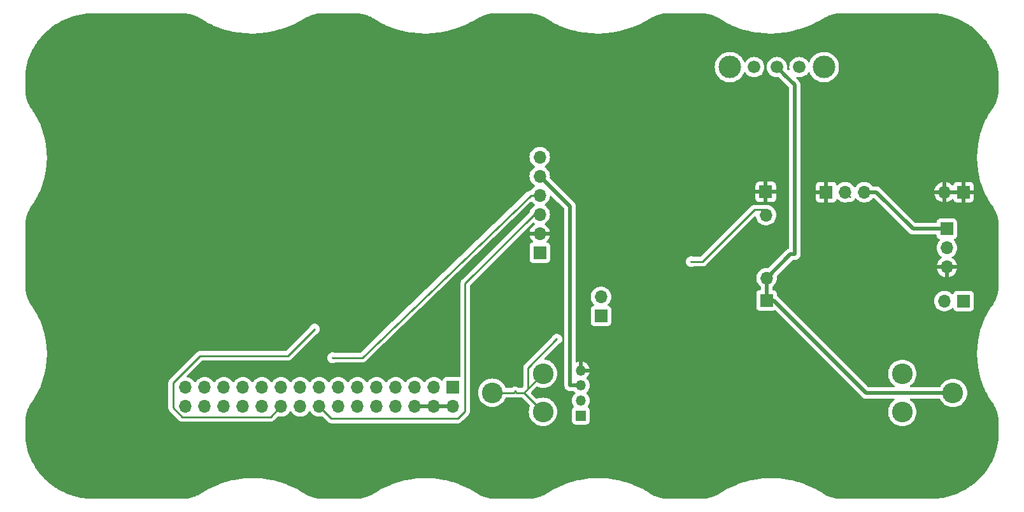
<source format=gbl>
G04 #@! TF.GenerationSoftware,KiCad,Pcbnew,8.0.0~rc1-27482ef8a0~176~ubuntu22.04.1*
G04 #@! TF.CreationDate,2024-01-20T19:03:22+09:00*
G04 #@! TF.ProjectId,bGeigieZen V3.0.2 Production,62476569-6769-4655-9a65-6e2056332e30,V3.0.2*
G04 #@! TF.SameCoordinates,Original*
G04 #@! TF.FileFunction,Copper,L2,Bot*
G04 #@! TF.FilePolarity,Positive*
%FSLAX46Y46*%
G04 Gerber Fmt 4.6, Leading zero omitted, Abs format (unit mm)*
G04 Created by KiCad (PCBNEW 8.0.0~rc1-27482ef8a0~176~ubuntu22.04.1) date 2024-01-20 19:03:22*
%MOMM*%
%LPD*%
G01*
G04 APERTURE LIST*
G04 #@! TA.AperFunction,ComponentPad*
%ADD10R,1.700000X1.700000*%
G04 #@! TD*
G04 #@! TA.AperFunction,ComponentPad*
%ADD11O,1.700000X1.700000*%
G04 #@! TD*
G04 #@! TA.AperFunction,ComponentPad*
%ADD12C,1.676400*%
G04 #@! TD*
G04 #@! TA.AperFunction,ComponentPad*
%ADD13C,3.000000*%
G04 #@! TD*
G04 #@! TA.AperFunction,ComponentPad*
%ADD14R,1.350000X1.350000*%
G04 #@! TD*
G04 #@! TA.AperFunction,ComponentPad*
%ADD15O,1.350000X1.350000*%
G04 #@! TD*
G04 #@! TA.AperFunction,ComponentPad*
%ADD16C,2.743200*%
G04 #@! TD*
G04 #@! TA.AperFunction,ViaPad*
%ADD17C,0.300000*%
G04 #@! TD*
G04 #@! TA.AperFunction,Conductor*
%ADD18C,0.250000*%
G04 #@! TD*
G04 #@! TA.AperFunction,Conductor*
%ADD19C,0.500000*%
G04 #@! TD*
G04 APERTURE END LIST*
D10*
X141452600Y-116407000D03*
D11*
X141452600Y-118947000D03*
X138912600Y-116407000D03*
X138912600Y-118947000D03*
X136372600Y-116407000D03*
X136372600Y-118947000D03*
X133832600Y-116407000D03*
X133832600Y-118947000D03*
X131292600Y-116407000D03*
X131292600Y-118947000D03*
X128752600Y-116407000D03*
X128752600Y-118947000D03*
X126212600Y-116407000D03*
X126212600Y-118947000D03*
X123672600Y-116407000D03*
X123672600Y-118947000D03*
X121132600Y-116407000D03*
X121132600Y-118947000D03*
X118592600Y-116407000D03*
X118592600Y-118947000D03*
X116052600Y-116407000D03*
X116052600Y-118947000D03*
X113512600Y-116407000D03*
X113512600Y-118947000D03*
X110972600Y-116407000D03*
X110972600Y-118947000D03*
X108432600Y-116407000D03*
X108432600Y-118947000D03*
X105892600Y-116407000D03*
X105892600Y-118947000D03*
D10*
X209330734Y-90462202D03*
D11*
X206790734Y-90462202D03*
D10*
X152984600Y-98500000D03*
D11*
X152984600Y-95960000D03*
X152984600Y-93420000D03*
X152984600Y-90880000D03*
X152984600Y-88340000D03*
X152984600Y-85800000D03*
D12*
X187505600Y-73838000D03*
X184505600Y-73838000D03*
X181505600Y-73838000D03*
D13*
X190755600Y-73838000D03*
X178255600Y-73838000D03*
D10*
X209335334Y-104940202D03*
D11*
X206795334Y-104940202D03*
D10*
X161121600Y-106925000D03*
D11*
X161121600Y-104385000D03*
D10*
X191067600Y-90470000D03*
D11*
X193607600Y-90470000D03*
X196147600Y-90470000D03*
D10*
X207108000Y-95330000D03*
D11*
X207108000Y-97870000D03*
X207108000Y-100410000D03*
D10*
X183134000Y-104850000D03*
D11*
X183134000Y-101884500D03*
D14*
X158447600Y-120169000D03*
D15*
X158447600Y-118169000D03*
X158447600Y-116169000D03*
X158447600Y-114169000D03*
D10*
X183032400Y-90422800D03*
D11*
X183063469Y-93510215D03*
D16*
X207925600Y-117150000D03*
X153417600Y-119670000D03*
X153417600Y-114590000D03*
X146669600Y-117130000D03*
X201177600Y-114610000D03*
X201177600Y-119690000D03*
D17*
X125451000Y-112470000D03*
X123038000Y-108660000D03*
X155249000Y-110003000D03*
X173128000Y-99695100D03*
D18*
X152984600Y-90880000D02*
X152985000Y-90880000D01*
X129388000Y-112470000D02*
X151810000Y-90880000D01*
X151810000Y-90880000D02*
X152984600Y-90880000D01*
X125451000Y-112470000D02*
X129388000Y-112470000D01*
X123722000Y-118996000D02*
X123698000Y-118972000D01*
X125273000Y-120547000D02*
X124468000Y-119742000D01*
X143053000Y-102615000D02*
X143053000Y-119610000D01*
X123697000Y-118972000D02*
X123685000Y-118960000D01*
X123679000Y-118953500D02*
X123676000Y-118950200D01*
X152984600Y-93420000D02*
X152248000Y-93420000D01*
X123772000Y-119046000D02*
X123872000Y-119146000D01*
X124468000Y-119742000D02*
X124467000Y-119742000D01*
X123676000Y-118950200D02*
X123673000Y-118947000D01*
X124070000Y-119344000D02*
X123872000Y-119146000D01*
X123673000Y-118947000D02*
X123698000Y-118972000D01*
X123872000Y-119146000D02*
X123871000Y-119146000D01*
X123676000Y-118950200D02*
X123673000Y-118947000D01*
X123698000Y-118972000D02*
X123697000Y-118972000D01*
X143053000Y-119610000D02*
X142115000Y-120547000D01*
X123772000Y-119046000D02*
X123747000Y-119021000D01*
X123747000Y-119021000D02*
X123722000Y-118996000D01*
X123685000Y-118960000D02*
X123679000Y-118953500D01*
X123672600Y-118947000D02*
X123673000Y-118947000D01*
X123679000Y-118953500D02*
X123676000Y-118950200D01*
X123747000Y-119021000D02*
X123722000Y-118996000D01*
X123685000Y-118960000D02*
X123679000Y-118953500D01*
X152985000Y-93420000D02*
X152984600Y-93420000D01*
X152248000Y-93420000D02*
X143053000Y-102615000D01*
X142115000Y-120547000D02*
X125273000Y-120547000D01*
X124070000Y-119344000D02*
X124468000Y-119742000D01*
X124467000Y-119742000D02*
X124070000Y-119344000D01*
X123871000Y-119146000D02*
X123772000Y-119046000D01*
D19*
X196148000Y-90470000D02*
X196147600Y-90470000D01*
X158448000Y-116169000D02*
X158447600Y-116169000D01*
X158447600Y-116169000D02*
X157021000Y-116169000D01*
X152984600Y-88340000D02*
X152985000Y-88340000D01*
X202608000Y-95330000D02*
X197748000Y-90470000D01*
X157021000Y-116169000D02*
X157021000Y-92376300D01*
X157021000Y-92376300D02*
X152985000Y-88340000D01*
X197748000Y-90470000D02*
X196148000Y-90470000D01*
X207108000Y-95330000D02*
X202608000Y-95330000D01*
X185462000Y-74793800D02*
X185461000Y-74793800D01*
X207925600Y-117150000D02*
X207926000Y-117150000D01*
X183134000Y-101884000D02*
X183134000Y-101884500D01*
X186325000Y-98693300D02*
X183134000Y-101884000D01*
X184075000Y-104850000D02*
X183134000Y-104850000D01*
X207925600Y-117150000D02*
X204497600Y-117150000D01*
X184745000Y-74076900D02*
X184506000Y-73838000D01*
X186878000Y-76210300D02*
X186878000Y-98693300D01*
X204497600Y-117150000D02*
X196375000Y-117150000D01*
X186878000Y-98693300D02*
X186325000Y-98693300D01*
X184984000Y-74315900D02*
X185462000Y-74793800D01*
X196375000Y-117150000D02*
X184075000Y-104850000D01*
X183134000Y-101884500D02*
X183134000Y-104850000D01*
X184984000Y-74315900D02*
X184745000Y-74076900D01*
X184505600Y-73838000D02*
X184506000Y-73838000D01*
X185462000Y-74793800D02*
X186878000Y-76210300D01*
X185461000Y-74793800D02*
X184984000Y-74315900D01*
D18*
X193608000Y-90470000D02*
X194253000Y-91114800D01*
X118592600Y-118947400D02*
X118593000Y-118947000D01*
X123038000Y-108660000D02*
X119492000Y-112206000D01*
X104242000Y-115795000D02*
X104242000Y-119134000D01*
X118592600Y-118947400D02*
X118592600Y-118947000D01*
X194252000Y-91114800D02*
X193608000Y-90470000D01*
X107831000Y-112206000D02*
X104242000Y-115795000D01*
X105451000Y-120344000D02*
X117196000Y-120344000D01*
X117196000Y-120344000D02*
X118592600Y-118947400D01*
X193607600Y-90470000D02*
X193608000Y-90470000D01*
X119492000Y-112206000D02*
X107831000Y-112206000D01*
X194253000Y-91114800D02*
X194252000Y-91114800D01*
X104242000Y-119134000D02*
X105451000Y-120344000D01*
X149697600Y-116940400D02*
X149697600Y-116940000D01*
X174641000Y-99695100D02*
X181551000Y-92785000D01*
X149888000Y-117130000D02*
X149698000Y-116940000D01*
X151412000Y-116596000D02*
X150878000Y-117130000D01*
X173128000Y-99695100D02*
X174641000Y-99695100D01*
X150878000Y-117130000D02*
X149888000Y-117130000D01*
X153418000Y-119670000D02*
X150878000Y-117130000D01*
X151412000Y-113840000D02*
X155249000Y-110003000D01*
X149508000Y-117130000D02*
X146670000Y-117130000D01*
X182728000Y-92785000D02*
X182905400Y-92785000D01*
X149697600Y-116940400D02*
X149508000Y-117130000D01*
X151412000Y-116596000D02*
X151412000Y-113840000D01*
X149698000Y-116940000D02*
X149697600Y-116940400D01*
X181551000Y-92785000D02*
X182728000Y-92785000D01*
X153418000Y-114590000D02*
X151412000Y-116596000D01*
X182905400Y-92785000D02*
X183083200Y-92962800D01*
G04 #@! TA.AperFunction,Conductor*
G36*
X138446675Y-118754007D02*
G01*
X138412600Y-118881174D01*
X138412600Y-119012826D01*
X138446675Y-119139993D01*
X138481897Y-119201000D01*
X136803303Y-119201000D01*
X136838525Y-119139993D01*
X136872600Y-119012826D01*
X136872600Y-118881174D01*
X136838525Y-118754007D01*
X136803303Y-118693000D01*
X138481897Y-118693000D01*
X138446675Y-118754007D01*
G37*
G04 #@! TD.AperFunction*
G04 #@! TA.AperFunction,Conductor*
G36*
X140986675Y-118754007D02*
G01*
X140952600Y-118881174D01*
X140952600Y-119012826D01*
X140986675Y-119139993D01*
X141021897Y-119201000D01*
X139343303Y-119201000D01*
X139378525Y-119139993D01*
X139412600Y-119012826D01*
X139412600Y-118881174D01*
X139378525Y-118754007D01*
X139343303Y-118693000D01*
X141021897Y-118693000D01*
X140986675Y-118754007D01*
G37*
G04 #@! TD.AperFunction*
G04 #@! TA.AperFunction,Conductor*
G36*
X208864809Y-90269209D02*
G01*
X208830734Y-90396376D01*
X208830734Y-90528028D01*
X208864809Y-90655195D01*
X208900031Y-90716202D01*
X207221437Y-90716202D01*
X207256659Y-90655195D01*
X207290734Y-90528028D01*
X207290734Y-90396376D01*
X207256659Y-90269209D01*
X207221437Y-90208202D01*
X208900031Y-90208202D01*
X208864809Y-90269209D01*
G37*
G04 #@! TD.AperFunction*
G04 #@! TA.AperFunction,Conductor*
G36*
X105651440Y-66676377D02*
G01*
X105795003Y-66685760D01*
X105798833Y-66686069D01*
X105944408Y-66700116D01*
X105948140Y-66700534D01*
X106093064Y-66719028D01*
X106096826Y-66719566D01*
X106241031Y-66742470D01*
X106244766Y-66743122D01*
X106388152Y-66770393D01*
X106391848Y-66771153D01*
X106526266Y-66800972D01*
X106534263Y-66802746D01*
X106537971Y-66803628D01*
X106679183Y-66839468D01*
X106682845Y-66840456D01*
X106822860Y-66880534D01*
X106826480Y-66881629D01*
X106899608Y-66904973D01*
X106965116Y-66925884D01*
X106968726Y-66927097D01*
X106990146Y-66934655D01*
X107105869Y-66975488D01*
X107109409Y-66976797D01*
X107244890Y-67029265D01*
X107244903Y-67029270D01*
X107248432Y-67030699D01*
X107382120Y-67087197D01*
X107385595Y-67088727D01*
X107517456Y-67149248D01*
X107520881Y-67150885D01*
X107650642Y-67215320D01*
X107654039Y-67217072D01*
X107752729Y-67269924D01*
X107781596Y-67285383D01*
X107785007Y-67287279D01*
X107909859Y-67359203D01*
X107913757Y-67361543D01*
X108653786Y-67824557D01*
X108662190Y-67829815D01*
X108668772Y-67835511D01*
X108678271Y-67840399D01*
X108687464Y-67845629D01*
X108696557Y-67851320D01*
X108704820Y-67854064D01*
X108849286Y-67928418D01*
X109468169Y-68246948D01*
X109475032Y-68251963D01*
X109485423Y-68256290D01*
X109494644Y-68260574D01*
X109504713Y-68265755D01*
X109512977Y-68267760D01*
X110280424Y-68587250D01*
X110304811Y-68597402D01*
X110311892Y-68601760D01*
X110323069Y-68605419D01*
X110332308Y-68608849D01*
X110343235Y-68613399D01*
X110351452Y-68614712D01*
X111167115Y-68881812D01*
X111174345Y-68885530D01*
X111186229Y-68888449D01*
X111195411Y-68891077D01*
X111207076Y-68894899D01*
X111215179Y-68895565D01*
X112049992Y-69100787D01*
X112057326Y-69103896D01*
X112069833Y-69106014D01*
X112078905Y-69107896D01*
X112091271Y-69110938D01*
X112099245Y-69110999D01*
X112948523Y-69254985D01*
X112955922Y-69257508D01*
X112968927Y-69258769D01*
X112977859Y-69259959D01*
X112990761Y-69262148D01*
X112998567Y-69261646D01*
X113857610Y-69345020D01*
X113865069Y-69346989D01*
X113878392Y-69347347D01*
X113887218Y-69347894D01*
X113900559Y-69349192D01*
X113908201Y-69348153D01*
X114772249Y-69371532D01*
X114779730Y-69372962D01*
X114793271Y-69372398D01*
X114801930Y-69372335D01*
X114815548Y-69372703D01*
X114823008Y-69371159D01*
X115687374Y-69335155D01*
X115694901Y-69336068D01*
X115708482Y-69334570D01*
X115717070Y-69333919D01*
X115730762Y-69333350D01*
X115738069Y-69331309D01*
X116598012Y-69236530D01*
X116605589Y-69236930D01*
X116619070Y-69234505D01*
X116627604Y-69233269D01*
X116641242Y-69231768D01*
X116648389Y-69229234D01*
X117499213Y-69076279D01*
X117506829Y-69076159D01*
X117520000Y-69072845D01*
X117528465Y-69071021D01*
X117541881Y-69068610D01*
X117548865Y-69065583D01*
X118385796Y-68855061D01*
X118393465Y-68854412D01*
X118406246Y-68850233D01*
X118414695Y-68847793D01*
X118427699Y-68844523D01*
X118434528Y-68840987D01*
X119252889Y-68573483D01*
X119260608Y-68572280D01*
X119272785Y-68567316D01*
X119281236Y-68564218D01*
X119293716Y-68560141D01*
X119300377Y-68556074D01*
X120095478Y-68232162D01*
X120103219Y-68230375D01*
X120114645Y-68224717D01*
X120123053Y-68220929D01*
X120134904Y-68216103D01*
X120141366Y-68211488D01*
X120908457Y-67831759D01*
X120916199Y-67829357D01*
X120926781Y-67823087D01*
X120935141Y-67818550D01*
X120946216Y-67813070D01*
X120952453Y-67807879D01*
X121703975Y-67362737D01*
X121711358Y-67358693D01*
X121970208Y-67227919D01*
X121973780Y-67226186D01*
X122240653Y-67102063D01*
X122244004Y-67100565D01*
X122378189Y-67042905D01*
X122380667Y-67041873D01*
X122516626Y-66987038D01*
X122519452Y-66985939D01*
X122656274Y-66934641D01*
X122659420Y-66933510D01*
X122797299Y-66886001D01*
X122800728Y-66884874D01*
X122939599Y-66841504D01*
X122943294Y-66840414D01*
X123083099Y-66801529D01*
X123087153Y-66800475D01*
X123227844Y-66766408D01*
X123232254Y-66765425D01*
X123373813Y-66736500D01*
X123378502Y-66735635D01*
X123520953Y-66712173D01*
X123525980Y-66711449D01*
X123669281Y-66693776D01*
X123674615Y-66693235D01*
X123795336Y-66683550D01*
X123818780Y-66681669D01*
X123824352Y-66681347D01*
X123966747Y-66676309D01*
X123970140Y-66676189D01*
X123974595Y-66676110D01*
X128626843Y-66676110D01*
X128635059Y-66676378D01*
X128654314Y-66677636D01*
X128778619Y-66685759D01*
X128782454Y-66686069D01*
X128928000Y-66700113D01*
X128931788Y-66700538D01*
X129076683Y-66719029D01*
X129080465Y-66719570D01*
X129224642Y-66742469D01*
X129228366Y-66743118D01*
X129371773Y-66770393D01*
X129375469Y-66771153D01*
X129509887Y-66800972D01*
X129517884Y-66802746D01*
X129521592Y-66803628D01*
X129662804Y-66839468D01*
X129666466Y-66840456D01*
X129806481Y-66880534D01*
X129810101Y-66881629D01*
X129883073Y-66904923D01*
X129948738Y-66925884D01*
X129952348Y-66927097D01*
X129973768Y-66934655D01*
X130089491Y-66975488D01*
X130093050Y-66976805D01*
X130228509Y-67029265D01*
X130232052Y-67030699D01*
X130264528Y-67044423D01*
X130365728Y-67087190D01*
X130365757Y-67087202D01*
X130369214Y-67088725D01*
X130501050Y-67149235D01*
X130504498Y-67150882D01*
X130634264Y-67215320D01*
X130637661Y-67217072D01*
X130765209Y-67285378D01*
X130768614Y-67287270D01*
X130868270Y-67344679D01*
X130893441Y-67359179D01*
X130897369Y-67361538D01*
X131637405Y-67824557D01*
X131645809Y-67829815D01*
X131652391Y-67835511D01*
X131661890Y-67840399D01*
X131671083Y-67845629D01*
X131680176Y-67851320D01*
X131688439Y-67854064D01*
X131832905Y-67928418D01*
X132451788Y-68246948D01*
X132458651Y-68251963D01*
X132469042Y-68256290D01*
X132478263Y-68260574D01*
X132488332Y-68265755D01*
X132496596Y-68267760D01*
X133264043Y-68587250D01*
X133288430Y-68597402D01*
X133295511Y-68601760D01*
X133306688Y-68605419D01*
X133315927Y-68608849D01*
X133326855Y-68613399D01*
X133335071Y-68614713D01*
X133454755Y-68653905D01*
X134150733Y-68881812D01*
X134157962Y-68885529D01*
X134169836Y-68888446D01*
X134179018Y-68891074D01*
X134190692Y-68894899D01*
X134198796Y-68895565D01*
X135033610Y-69100787D01*
X135040944Y-69103896D01*
X135053451Y-69106014D01*
X135062523Y-69107896D01*
X135074889Y-69110938D01*
X135082863Y-69110999D01*
X135932141Y-69254985D01*
X135939540Y-69257508D01*
X135952545Y-69258769D01*
X135961477Y-69259959D01*
X135974379Y-69262148D01*
X135982185Y-69261646D01*
X136841227Y-69345020D01*
X136848686Y-69346989D01*
X136862009Y-69347347D01*
X136870835Y-69347894D01*
X136884176Y-69349192D01*
X136891818Y-69348153D01*
X137755866Y-69371532D01*
X137763347Y-69372962D01*
X137776888Y-69372398D01*
X137785547Y-69372335D01*
X137799165Y-69372703D01*
X137806625Y-69371159D01*
X138670991Y-69335155D01*
X138678518Y-69336068D01*
X138692099Y-69334570D01*
X138700687Y-69333919D01*
X138714379Y-69333350D01*
X138721686Y-69331309D01*
X139581629Y-69236530D01*
X139589206Y-69236930D01*
X139602687Y-69234505D01*
X139611221Y-69233269D01*
X139624859Y-69231768D01*
X139632006Y-69229234D01*
X140482830Y-69076279D01*
X140490446Y-69076159D01*
X140503617Y-69072845D01*
X140512082Y-69071021D01*
X140525498Y-69068610D01*
X140532482Y-69065583D01*
X141369412Y-68855061D01*
X141377081Y-68854412D01*
X141389862Y-68850233D01*
X141398311Y-68847793D01*
X141411315Y-68844523D01*
X141418144Y-68840987D01*
X142236505Y-68573483D01*
X142244223Y-68572280D01*
X142256400Y-68567316D01*
X142264851Y-68564218D01*
X142277334Y-68560140D01*
X142283997Y-68556073D01*
X142647465Y-68408001D01*
X143079087Y-68232164D01*
X143086830Y-68230377D01*
X143098259Y-68224717D01*
X143106667Y-68220929D01*
X143118518Y-68216103D01*
X143124980Y-68211488D01*
X143892070Y-67831759D01*
X143899812Y-67829357D01*
X143910394Y-67823087D01*
X143918754Y-67818550D01*
X143929829Y-67813070D01*
X143936066Y-67807879D01*
X144687574Y-67362746D01*
X144694931Y-67358714D01*
X144953848Y-67227907D01*
X144957395Y-67226186D01*
X145224270Y-67102063D01*
X145227640Y-67100557D01*
X145361774Y-67042919D01*
X145364314Y-67041861D01*
X145500242Y-66987038D01*
X145503067Y-66985939D01*
X145639891Y-66934640D01*
X145642996Y-66933523D01*
X145780973Y-66885981D01*
X145784345Y-66884874D01*
X145923234Y-66841499D01*
X145926895Y-66840419D01*
X146066717Y-66801529D01*
X146070772Y-66800475D01*
X146211463Y-66766408D01*
X146215872Y-66765425D01*
X146357433Y-66736500D01*
X146362122Y-66735635D01*
X146504573Y-66712173D01*
X146509600Y-66711449D01*
X146652901Y-66693776D01*
X146658234Y-66693235D01*
X146779142Y-66683535D01*
X146802400Y-66681669D01*
X146807972Y-66681347D01*
X146950367Y-66676309D01*
X146953760Y-66676189D01*
X146958215Y-66676110D01*
X151610463Y-66676110D01*
X151618679Y-66676377D01*
X151762242Y-66685760D01*
X151766072Y-66686069D01*
X151911647Y-66700116D01*
X151915379Y-66700534D01*
X152060283Y-66719026D01*
X152064091Y-66719571D01*
X152208262Y-66742469D01*
X152211992Y-66743119D01*
X152355391Y-66770393D01*
X152359087Y-66771153D01*
X152501501Y-66802746D01*
X152505209Y-66803628D01*
X152646421Y-66839468D01*
X152650083Y-66840456D01*
X152790098Y-66880534D01*
X152793718Y-66881629D01*
X152866846Y-66904973D01*
X152932354Y-66925884D01*
X152935964Y-66927097D01*
X152954136Y-66933509D01*
X153073106Y-66975488D01*
X153076646Y-66976797D01*
X153163649Y-67010491D01*
X153212124Y-67029264D01*
X153215669Y-67030699D01*
X153245790Y-67043428D01*
X153341269Y-67083778D01*
X153349360Y-67087197D01*
X153352872Y-67088745D01*
X153484651Y-67149229D01*
X153488126Y-67150889D01*
X153617878Y-67215320D01*
X153621275Y-67217072D01*
X153748855Y-67285395D01*
X153752220Y-67287265D01*
X153877269Y-67359303D01*
X153881159Y-67361639D01*
X154621033Y-67824557D01*
X154629437Y-67829815D01*
X154636019Y-67835511D01*
X154645518Y-67840399D01*
X154654711Y-67845629D01*
X154663804Y-67851320D01*
X154672067Y-67854064D01*
X154810964Y-67925552D01*
X155406692Y-68232165D01*
X155435417Y-68246949D01*
X155442286Y-68251969D01*
X155452650Y-68256283D01*
X155461896Y-68260579D01*
X155471947Y-68265752D01*
X155480221Y-68267760D01*
X156272062Y-68597405D01*
X156279148Y-68601766D01*
X156290301Y-68605416D01*
X156299560Y-68608853D01*
X156310453Y-68613390D01*
X156318673Y-68614706D01*
X156361922Y-68628868D01*
X157134365Y-68881816D01*
X157141593Y-68885532D01*
X157153465Y-68888449D01*
X157162647Y-68891077D01*
X157174321Y-68894902D01*
X157182425Y-68895568D01*
X158017240Y-69100790D01*
X158024574Y-69103899D01*
X158037081Y-69106017D01*
X158046153Y-69107899D01*
X158058519Y-69110941D01*
X158066493Y-69111002D01*
X158915773Y-69254989D01*
X158923171Y-69257513D01*
X158936175Y-69258773D01*
X158945107Y-69259963D01*
X158958009Y-69262152D01*
X158965815Y-69261650D01*
X159824858Y-69345025D01*
X159832317Y-69346994D01*
X159845640Y-69347352D01*
X159854466Y-69347899D01*
X159867807Y-69349197D01*
X159875448Y-69348158D01*
X160739496Y-69371538D01*
X160746978Y-69372968D01*
X160760519Y-69372404D01*
X160769178Y-69372341D01*
X160782796Y-69372709D01*
X160790256Y-69371165D01*
X161654623Y-69335161D01*
X161662150Y-69336074D01*
X161675731Y-69334576D01*
X161684319Y-69333925D01*
X161698011Y-69333356D01*
X161705318Y-69331315D01*
X162565259Y-69236537D01*
X162572837Y-69236937D01*
X162586318Y-69234512D01*
X162594852Y-69233276D01*
X162608490Y-69231775D01*
X162615637Y-69229241D01*
X163466462Y-69076286D01*
X163474078Y-69076166D01*
X163487249Y-69072852D01*
X163495714Y-69071028D01*
X163509127Y-69068617D01*
X163516108Y-69065592D01*
X164353046Y-68855067D01*
X164360715Y-68854418D01*
X164373494Y-68850239D01*
X164381943Y-68847799D01*
X164394946Y-68844530D01*
X164401771Y-68840995D01*
X165220138Y-68573488D01*
X165227856Y-68572285D01*
X165240033Y-68567321D01*
X165248484Y-68564223D01*
X165260964Y-68560146D01*
X165267625Y-68556079D01*
X166062726Y-68232167D01*
X166070467Y-68230380D01*
X166081893Y-68224722D01*
X166090301Y-68220934D01*
X166102151Y-68216108D01*
X166108612Y-68211494D01*
X166875704Y-67831762D01*
X166883446Y-67829360D01*
X166894029Y-67823089D01*
X166902389Y-67818552D01*
X166913464Y-67813072D01*
X166919701Y-67807881D01*
X167671253Y-67362719D01*
X167678630Y-67358676D01*
X167937441Y-67227922D01*
X167941087Y-67226155D01*
X168207893Y-67102063D01*
X168211244Y-67100565D01*
X168345397Y-67042919D01*
X168347938Y-67041861D01*
X168483865Y-66987038D01*
X168486690Y-66985939D01*
X168623515Y-66934641D01*
X168626620Y-66933523D01*
X168764597Y-66885981D01*
X168767969Y-66884874D01*
X168906858Y-66841499D01*
X168910519Y-66840419D01*
X169050356Y-66801525D01*
X169054382Y-66800478D01*
X169195088Y-66766408D01*
X169199497Y-66765425D01*
X169341058Y-66736500D01*
X169345747Y-66735635D01*
X169488198Y-66712173D01*
X169493225Y-66711449D01*
X169636526Y-66693776D01*
X169641860Y-66693235D01*
X169762768Y-66683535D01*
X169786026Y-66681669D01*
X169791598Y-66681347D01*
X169933921Y-66676311D01*
X169937387Y-66676189D01*
X169941842Y-66676110D01*
X174594083Y-66676110D01*
X174602299Y-66676377D01*
X174745862Y-66685760D01*
X174749692Y-66686069D01*
X174895267Y-66700116D01*
X174898999Y-66700534D01*
X175043921Y-66719028D01*
X175047684Y-66719566D01*
X175191889Y-66742470D01*
X175195624Y-66743122D01*
X175339010Y-66770393D01*
X175342706Y-66771153D01*
X175477124Y-66800972D01*
X175485121Y-66802746D01*
X175488829Y-66803628D01*
X175630041Y-66839468D01*
X175633703Y-66840456D01*
X175773718Y-66880534D01*
X175777338Y-66881629D01*
X175850466Y-66904973D01*
X175915974Y-66925884D01*
X175919584Y-66927097D01*
X175937756Y-66933509D01*
X176056726Y-66975488D01*
X176060266Y-66976797D01*
X176195759Y-67029269D01*
X176199290Y-67030699D01*
X176332977Y-67087197D01*
X176336452Y-67088727D01*
X176468302Y-67149243D01*
X176471724Y-67150877D01*
X176569365Y-67199364D01*
X176601487Y-67215315D01*
X176604931Y-67217092D01*
X176732452Y-67285383D01*
X176735841Y-67287265D01*
X176860893Y-67359305D01*
X176864767Y-67361631D01*
X177604653Y-67824557D01*
X177613057Y-67829815D01*
X177619639Y-67835511D01*
X177629138Y-67840399D01*
X177638331Y-67845629D01*
X177647424Y-67851320D01*
X177655687Y-67854064D01*
X177800153Y-67928418D01*
X178419036Y-68246948D01*
X178425899Y-68251963D01*
X178436290Y-68256290D01*
X178445511Y-68260574D01*
X178455580Y-68265755D01*
X178463844Y-68267760D01*
X179231292Y-68587250D01*
X179255679Y-68597402D01*
X179262760Y-68601760D01*
X179273937Y-68605419D01*
X179283176Y-68608849D01*
X179294103Y-68613399D01*
X179302320Y-68614712D01*
X180117983Y-68881812D01*
X180125213Y-68885530D01*
X180137097Y-68888449D01*
X180146279Y-68891077D01*
X180157944Y-68894899D01*
X180166047Y-68895565D01*
X181000861Y-69100787D01*
X181008195Y-69103896D01*
X181020702Y-69106014D01*
X181029774Y-69107896D01*
X181042140Y-69110938D01*
X181050114Y-69110999D01*
X181899393Y-69254985D01*
X181906792Y-69257508D01*
X181919797Y-69258769D01*
X181928729Y-69259959D01*
X181941631Y-69262148D01*
X181949437Y-69261646D01*
X182808480Y-69345020D01*
X182815939Y-69346989D01*
X182829262Y-69347347D01*
X182838088Y-69347894D01*
X182851429Y-69349192D01*
X182859071Y-69348153D01*
X183723120Y-69371532D01*
X183730601Y-69372962D01*
X183744142Y-69372398D01*
X183752801Y-69372335D01*
X183766419Y-69372703D01*
X183773879Y-69371159D01*
X184638246Y-69335155D01*
X184645773Y-69336068D01*
X184659354Y-69334570D01*
X184667942Y-69333919D01*
X184681634Y-69333350D01*
X184688941Y-69331309D01*
X185548883Y-69236530D01*
X185556460Y-69236930D01*
X185569941Y-69234505D01*
X185578475Y-69233269D01*
X185592113Y-69231768D01*
X185599260Y-69229234D01*
X186450085Y-69076279D01*
X186457701Y-69076159D01*
X186470872Y-69072845D01*
X186479337Y-69071021D01*
X186492753Y-69068610D01*
X186499737Y-69065583D01*
X187336667Y-68855061D01*
X187344336Y-68854412D01*
X187357117Y-68850233D01*
X187365566Y-68847793D01*
X187378570Y-68844523D01*
X187385399Y-68840987D01*
X188203760Y-68573483D01*
X188211478Y-68572280D01*
X188223655Y-68567316D01*
X188232106Y-68564218D01*
X188244586Y-68560141D01*
X188251247Y-68556074D01*
X189046348Y-68232162D01*
X189054089Y-68230375D01*
X189065515Y-68224717D01*
X189073923Y-68220929D01*
X189085774Y-68216103D01*
X189092236Y-68211488D01*
X189859326Y-67831759D01*
X189867068Y-67829357D01*
X189877650Y-67823087D01*
X189886010Y-67818550D01*
X189897085Y-67813070D01*
X189903322Y-67807879D01*
X190654848Y-67362734D01*
X190662202Y-67358704D01*
X190921088Y-67227917D01*
X190924674Y-67226177D01*
X191191558Y-67102053D01*
X191194859Y-67100577D01*
X191329032Y-67042924D01*
X191331574Y-67041865D01*
X191467486Y-66987047D01*
X191470215Y-66985985D01*
X191607230Y-66934617D01*
X191610251Y-66933530D01*
X191748142Y-66886015D01*
X191751611Y-66884875D01*
X191890455Y-66841514D01*
X191894166Y-66840419D01*
X192033968Y-66801533D01*
X192038017Y-66800480D01*
X192178760Y-66766400D01*
X192183066Y-66765439D01*
X192324691Y-66736502D01*
X192329392Y-66735635D01*
X192471880Y-66712166D01*
X192476854Y-66711451D01*
X192620160Y-66693776D01*
X192625427Y-66693240D01*
X192769689Y-66681667D01*
X192775222Y-66681348D01*
X192921008Y-66676189D01*
X192925464Y-66676110D01*
X204905471Y-66676110D01*
X204906295Y-66676113D01*
X204917754Y-66676187D01*
X204917755Y-66676188D01*
X205370052Y-66679147D01*
X205376816Y-66679375D01*
X205817537Y-66706141D01*
X205824211Y-66706725D01*
X206260716Y-66756675D01*
X206267230Y-66757594D01*
X206574524Y-66809186D01*
X206698842Y-66830058D01*
X206705213Y-66831297D01*
X206751394Y-66841520D01*
X207131264Y-66925611D01*
X207137409Y-66927137D01*
X207557117Y-67042616D01*
X207563076Y-67044416D01*
X207975792Y-67180406D01*
X207981565Y-67182466D01*
X208386535Y-67338284D01*
X208392122Y-67340590D01*
X208752717Y-67499714D01*
X208788551Y-67515527D01*
X208793981Y-67518079D01*
X209181237Y-67711494D01*
X209186478Y-67714268D01*
X209563746Y-67925432D01*
X209568801Y-67928418D01*
X209935474Y-68156710D01*
X209940349Y-68159904D01*
X210295636Y-68404604D01*
X210300333Y-68408001D01*
X210643506Y-68668418D01*
X210648031Y-68672018D01*
X210978380Y-68947474D01*
X210982733Y-68951277D01*
X211119391Y-69076287D01*
X211294572Y-69236537D01*
X211299492Y-69241037D01*
X211303673Y-69245041D01*
X211392895Y-69334535D01*
X211606177Y-69548468D01*
X211610194Y-69552689D01*
X211897660Y-69869021D01*
X211901508Y-69873458D01*
X212134017Y-70154592D01*
X212167218Y-70194737D01*
X212173265Y-70202048D01*
X212176939Y-70206709D01*
X212432260Y-70546852D01*
X212435753Y-70551745D01*
X212673882Y-70902680D01*
X212677179Y-70907801D01*
X212897477Y-71268932D01*
X212900565Y-71274287D01*
X213102253Y-71644809D01*
X213105135Y-71650437D01*
X213287541Y-72029693D01*
X213290188Y-72035577D01*
X213452607Y-72422881D01*
X213454995Y-72429020D01*
X213596731Y-72823669D01*
X213598836Y-72830062D01*
X213719199Y-73231396D01*
X213720994Y-73238036D01*
X213819277Y-73645330D01*
X213820734Y-73652201D01*
X213896250Y-74064791D01*
X213897339Y-74071875D01*
X213949403Y-74489123D01*
X213950097Y-74496393D01*
X213978008Y-74917604D01*
X213978281Y-74925025D01*
X213981448Y-75363689D01*
X213981451Y-75364599D01*
X213981451Y-77069677D01*
X213981133Y-77078621D01*
X213971409Y-77215263D01*
X213971037Y-77219489D01*
X213956448Y-77358297D01*
X213955937Y-77362480D01*
X213936717Y-77500706D01*
X213936072Y-77504839D01*
X213912265Y-77642402D01*
X213911489Y-77646488D01*
X213883126Y-77783330D01*
X213882220Y-77787366D01*
X213849375Y-77923229D01*
X213848343Y-77927213D01*
X213811043Y-78062058D01*
X213809886Y-78065990D01*
X213768186Y-78199658D01*
X213766907Y-78203536D01*
X213720845Y-78335933D01*
X213719444Y-78339758D01*
X213669094Y-78470682D01*
X213667574Y-78474452D01*
X213612958Y-78603848D01*
X213611319Y-78607562D01*
X213552479Y-78735313D01*
X213550722Y-78738973D01*
X213487747Y-78864862D01*
X213485873Y-78868461D01*
X213418762Y-78992469D01*
X213416770Y-78996013D01*
X213345603Y-79117946D01*
X213343494Y-79121429D01*
X213269284Y-79239629D01*
X213265149Y-79245802D01*
X213022857Y-79585472D01*
X213019085Y-79589176D01*
X213009511Y-79603879D01*
X213009511Y-79603880D01*
X213008700Y-79605124D01*
X213005725Y-79609490D01*
X212994665Y-79625003D01*
X212992596Y-79629874D01*
X212777647Y-79960199D01*
X212772804Y-79965486D01*
X212765581Y-79978285D01*
X212761469Y-79985062D01*
X212753472Y-79997353D01*
X212751019Y-80004091D01*
X212339049Y-80734229D01*
X212333702Y-80740997D01*
X212329129Y-80750939D01*
X212324407Y-80760181D01*
X212319036Y-80769702D01*
X212316688Y-80777998D01*
X211967719Y-81537037D01*
X211963017Y-81544115D01*
X211959176Y-81554636D01*
X211955306Y-81564038D01*
X211950608Y-81574259D01*
X211948967Y-81582608D01*
X211663569Y-82364733D01*
X211659496Y-82372077D01*
X211656418Y-82383177D01*
X211653378Y-82392664D01*
X211649415Y-82403531D01*
X211648462Y-82411878D01*
X211426557Y-83212471D01*
X211423114Y-83220031D01*
X211420864Y-83231582D01*
X211418619Y-83241113D01*
X211415474Y-83252467D01*
X211415184Y-83260772D01*
X211256712Y-84075247D01*
X211253889Y-84082990D01*
X211252519Y-84094846D01*
X211251037Y-84104421D01*
X211248753Y-84116166D01*
X211249107Y-84124402D01*
X211154035Y-84948122D01*
X211151826Y-84956027D01*
X211151367Y-84968025D01*
X211150629Y-84977648D01*
X211149248Y-84989616D01*
X211150229Y-84997764D01*
X211118538Y-85826099D01*
X211116944Y-85834125D01*
X211117403Y-85846202D01*
X211117403Y-85855767D01*
X211116942Y-85867889D01*
X211118539Y-85875917D01*
X211150224Y-86704241D01*
X211149246Y-86712381D01*
X211150626Y-86724363D01*
X211151359Y-86733920D01*
X211151826Y-86746049D01*
X211154042Y-86753953D01*
X211249100Y-87577614D01*
X211248749Y-87585857D01*
X211251023Y-87597547D01*
X211252509Y-87607149D01*
X211253879Y-87619017D01*
X211256709Y-87626770D01*
X211415175Y-88441247D01*
X211415468Y-88449556D01*
X211418603Y-88460873D01*
X211420854Y-88470435D01*
X211423104Y-88481996D01*
X211426555Y-88489565D01*
X211470809Y-88649228D01*
X211648457Y-89290169D01*
X211649414Y-89298521D01*
X211653358Y-89309336D01*
X211656398Y-89318822D01*
X211659490Y-89329971D01*
X211663570Y-89337320D01*
X211948954Y-90119424D01*
X211950597Y-90127773D01*
X211955285Y-90137975D01*
X211959150Y-90147365D01*
X211963024Y-90157976D01*
X211967737Y-90165059D01*
X212316685Y-90924065D01*
X212319036Y-90932361D01*
X212324394Y-90941859D01*
X212329122Y-90951113D01*
X212333701Y-90961071D01*
X212339050Y-90967836D01*
X212416089Y-91104375D01*
X212742512Y-91682904D01*
X212751028Y-91697996D01*
X212753488Y-91704748D01*
X212761467Y-91717009D01*
X212765600Y-91723822D01*
X212772815Y-91736611D01*
X212777666Y-91741903D01*
X212992604Y-92072218D01*
X212994683Y-92077107D01*
X213005703Y-92092559D01*
X213008716Y-92096979D01*
X213009448Y-92098105D01*
X213019127Y-92112975D01*
X213022916Y-92116690D01*
X213263473Y-92453932D01*
X213270095Y-92464242D01*
X213410842Y-92708746D01*
X213412378Y-92711493D01*
X213480445Y-92836880D01*
X213481639Y-92839134D01*
X213547322Y-92966201D01*
X213548622Y-92968789D01*
X213611163Y-93096913D01*
X213612545Y-93099839D01*
X213671569Y-93229143D01*
X213673015Y-93232436D01*
X213728011Y-93362725D01*
X213729514Y-93366450D01*
X213780043Y-93497682D01*
X213781556Y-93501825D01*
X213827205Y-93634004D01*
X213828689Y-93638585D01*
X213869008Y-93771601D01*
X213870420Y-93776633D01*
X213905002Y-93910487D01*
X213906291Y-93915979D01*
X213934538Y-94049787D01*
X213934721Y-94050650D01*
X213935827Y-94056592D01*
X213936019Y-94057777D01*
X213957699Y-94192080D01*
X213958563Y-94198466D01*
X213973455Y-94334676D01*
X213974012Y-94341464D01*
X213981535Y-94478507D01*
X213981724Y-94485657D01*
X213981505Y-94598924D01*
X213981436Y-94599283D01*
X213981436Y-103194373D01*
X213981118Y-103203317D01*
X213971394Y-103339959D01*
X213971022Y-103344185D01*
X213956432Y-103483001D01*
X213955921Y-103487184D01*
X213936698Y-103625432D01*
X213936053Y-103629566D01*
X213912248Y-103767112D01*
X213911472Y-103771198D01*
X213883111Y-103908027D01*
X213882205Y-103912062D01*
X213849356Y-104047938D01*
X213848323Y-104051923D01*
X213811024Y-104186759D01*
X213809867Y-104190692D01*
X213768160Y-104324377D01*
X213766881Y-104328255D01*
X213720826Y-104460627D01*
X213719426Y-104464450D01*
X213669058Y-104595422D01*
X213667537Y-104599194D01*
X213612913Y-104728603D01*
X213611274Y-104732318D01*
X213552453Y-104860019D01*
X213550697Y-104863675D01*
X213487708Y-104989594D01*
X213485833Y-104993196D01*
X213418746Y-105117155D01*
X213416755Y-105120697D01*
X213345553Y-105242689D01*
X213343443Y-105246173D01*
X213269256Y-105364335D01*
X213265123Y-105370507D01*
X213022825Y-105710187D01*
X213019049Y-105713895D01*
X213008679Y-105729823D01*
X213005684Y-105734217D01*
X212994640Y-105749707D01*
X212992569Y-105754581D01*
X212777624Y-106084908D01*
X212772784Y-106090191D01*
X212765557Y-106102993D01*
X212761464Y-106109740D01*
X212753442Y-106122074D01*
X212750991Y-106128808D01*
X212339028Y-106858941D01*
X212333680Y-106865709D01*
X212329107Y-106875652D01*
X212324385Y-106884894D01*
X212319014Y-106894416D01*
X212316665Y-106902712D01*
X211967700Y-107661748D01*
X211962997Y-107668827D01*
X211959156Y-107679349D01*
X211955286Y-107688751D01*
X211950589Y-107698971D01*
X211948947Y-107707322D01*
X211663551Y-108489447D01*
X211659478Y-108496791D01*
X211656400Y-108507891D01*
X211653358Y-108517381D01*
X211649399Y-108528237D01*
X211648445Y-108536590D01*
X211426543Y-109337182D01*
X211423100Y-109344742D01*
X211420850Y-109356293D01*
X211418605Y-109365824D01*
X211415460Y-109377178D01*
X211415170Y-109385483D01*
X211256699Y-110199956D01*
X211253876Y-110207699D01*
X211252506Y-110219555D01*
X211251024Y-110229130D01*
X211248740Y-110240875D01*
X211249094Y-110249110D01*
X211154024Y-111072828D01*
X211151815Y-111080733D01*
X211151356Y-111092732D01*
X211150618Y-111102355D01*
X211149237Y-111114323D01*
X211150218Y-111122471D01*
X211118528Y-111950806D01*
X211116934Y-111958832D01*
X211117393Y-111970909D01*
X211117393Y-111980474D01*
X211116932Y-111992597D01*
X211118529Y-112000623D01*
X211150213Y-112828946D01*
X211149235Y-112837086D01*
X211150615Y-112849068D01*
X211151348Y-112858625D01*
X211151815Y-112870754D01*
X211154031Y-112878658D01*
X211249089Y-113702319D01*
X211248738Y-113710562D01*
X211251012Y-113722252D01*
X211252498Y-113731854D01*
X211253868Y-113743723D01*
X211256698Y-113751477D01*
X211415162Y-114565949D01*
X211415454Y-114574255D01*
X211418589Y-114585570D01*
X211420837Y-114595119D01*
X211423093Y-114606704D01*
X211426542Y-114614269D01*
X211499708Y-114878246D01*
X211648442Y-115414875D01*
X211649399Y-115423227D01*
X211653343Y-115434042D01*
X211656383Y-115443528D01*
X211659475Y-115454677D01*
X211663555Y-115462026D01*
X211948944Y-116244151D01*
X211950589Y-116252500D01*
X211955269Y-116262684D01*
X211959139Y-116272087D01*
X211962999Y-116282661D01*
X211967706Y-116289739D01*
X212109868Y-116598961D01*
X212316667Y-117048781D01*
X212319022Y-117057088D01*
X212324356Y-117066540D01*
X212329105Y-117075836D01*
X212333670Y-117085766D01*
X212339026Y-117092542D01*
X212750995Y-117822701D01*
X212753450Y-117829441D01*
X212761434Y-117841713D01*
X212765552Y-117848503D01*
X212772764Y-117861284D01*
X212777612Y-117866577D01*
X212835432Y-117955436D01*
X212992404Y-118196675D01*
X212992578Y-118196941D01*
X212994661Y-118201841D01*
X213005672Y-118217277D01*
X213008707Y-118221730D01*
X213019089Y-118237687D01*
X213022886Y-118241410D01*
X213265396Y-118581397D01*
X213269088Y-118586871D01*
X213344324Y-118704982D01*
X213346588Y-118708676D01*
X213415511Y-118825650D01*
X213418124Y-118830085D01*
X213420257Y-118833853D01*
X213487510Y-118957524D01*
X213489494Y-118961325D01*
X213552367Y-119086946D01*
X213554203Y-119090773D01*
X213612780Y-119218376D01*
X213614470Y-119222226D01*
X213668705Y-119351588D01*
X213670252Y-119355455D01*
X213720147Y-119486448D01*
X213721552Y-119490328D01*
X213767103Y-119622805D01*
X213768372Y-119626699D01*
X213809588Y-119760566D01*
X213810720Y-119764468D01*
X213847583Y-119899539D01*
X213848583Y-119903448D01*
X213881088Y-120039572D01*
X213881958Y-120043487D01*
X213910110Y-120180553D01*
X213910850Y-120184471D01*
X213934643Y-120322316D01*
X213935257Y-120326242D01*
X213954687Y-120464735D01*
X213955175Y-120468663D01*
X213970241Y-120607656D01*
X213970605Y-120611589D01*
X213981066Y-120747843D01*
X213981436Y-120757488D01*
X213981436Y-122557200D01*
X213981433Y-122558111D01*
X213981392Y-122563697D01*
X213981392Y-122563698D01*
X213981328Y-122572609D01*
X213978264Y-122996614D01*
X213977991Y-123004035D01*
X213950082Y-123425184D01*
X213949388Y-123432453D01*
X213897332Y-123849641D01*
X213896243Y-123856724D01*
X213820740Y-124269253D01*
X213819284Y-124276124D01*
X213721007Y-124683413D01*
X213719212Y-124690051D01*
X213598870Y-125091344D01*
X213596765Y-125097737D01*
X213455052Y-125492353D01*
X213452665Y-125498492D01*
X213290264Y-125885782D01*
X213287618Y-125891665D01*
X213105234Y-126270915D01*
X213102351Y-126276542D01*
X212900676Y-126647076D01*
X212897576Y-126652453D01*
X212677326Y-127013544D01*
X212674023Y-127018675D01*
X212435909Y-127369624D01*
X212432417Y-127374516D01*
X212177135Y-127714644D01*
X212173461Y-127719305D01*
X211901729Y-128047903D01*
X211897882Y-128052341D01*
X211610435Y-128368686D01*
X211606418Y-128372907D01*
X211303929Y-128676352D01*
X211299743Y-128680362D01*
X210983004Y-128970137D01*
X210978650Y-128973940D01*
X210648341Y-129249388D01*
X210643817Y-129252988D01*
X210300624Y-129513445D01*
X210295926Y-129516843D01*
X209940691Y-129761528D01*
X209935816Y-129764723D01*
X209569133Y-129993038D01*
X209564076Y-129996025D01*
X209186792Y-130207206D01*
X209181550Y-130209980D01*
X208794312Y-130403391D01*
X208788881Y-130405944D01*
X208392441Y-130580885D01*
X208386817Y-130583206D01*
X207981877Y-130739007D01*
X207976060Y-130741083D01*
X207563386Y-130877046D01*
X207557379Y-130878861D01*
X207137672Y-130994322D01*
X207131478Y-130995858D01*
X206705441Y-131090146D01*
X206699068Y-131091385D01*
X206267427Y-131163824D01*
X206260888Y-131164746D01*
X205824339Y-131214666D01*
X205817650Y-131215251D01*
X205376889Y-131241977D01*
X205370075Y-131242205D01*
X204927208Y-131245058D01*
X204926396Y-131245061D01*
X192927466Y-131245061D01*
X192919322Y-131244798D01*
X192896440Y-131243316D01*
X192864079Y-131241220D01*
X192775718Y-131235497D01*
X192771828Y-131235184D01*
X192626406Y-131221231D01*
X192622549Y-131220801D01*
X192477636Y-131202378D01*
X192473814Y-131201832D01*
X192329683Y-131179001D01*
X192325915Y-131178345D01*
X192253748Y-131164646D01*
X192182574Y-131151135D01*
X192178824Y-131150364D01*
X192036458Y-131118829D01*
X192032741Y-131117946D01*
X191891498Y-131082135D01*
X191887815Y-131081142D01*
X191747824Y-131041102D01*
X191744186Y-131040002D01*
X191654385Y-131011352D01*
X191605573Y-130995779D01*
X191601959Y-130994565D01*
X191464827Y-130946196D01*
X191461243Y-130944871D01*
X191325783Y-130892421D01*
X191322235Y-130890984D01*
X191188559Y-130834497D01*
X191185077Y-130832963D01*
X191053228Y-130772445D01*
X191049806Y-130770810D01*
X191047051Y-130769442D01*
X190951885Y-130722179D01*
X190920099Y-130706393D01*
X190916651Y-130704614D01*
X190825479Y-130655779D01*
X190789121Y-130636304D01*
X190785718Y-130634413D01*
X190785442Y-130634254D01*
X190693798Y-130581446D01*
X190660686Y-130562366D01*
X190656781Y-130560021D01*
X190403371Y-130401529D01*
X189908544Y-130092046D01*
X189902104Y-130086454D01*
X189892122Y-130081286D01*
X189883246Y-130076224D01*
X189873768Y-130070296D01*
X189865682Y-130067597D01*
X189101645Y-129672036D01*
X189094932Y-129667091D01*
X189084137Y-129662536D01*
X189075213Y-129658352D01*
X189064872Y-129653000D01*
X189056788Y-129650998D01*
X188263588Y-129316384D01*
X188256664Y-129312065D01*
X188245097Y-129308190D01*
X188236171Y-129304819D01*
X188224992Y-129300105D01*
X188216946Y-129298763D01*
X187399463Y-129025052D01*
X187392368Y-129021334D01*
X187380173Y-129018231D01*
X187371262Y-129015610D01*
X187359380Y-129011633D01*
X187351395Y-129010912D01*
X187020100Y-128926655D01*
X186514476Y-128798061D01*
X186507231Y-128794918D01*
X186494545Y-128792652D01*
X186485656Y-128790731D01*
X186473216Y-128787568D01*
X186465319Y-128787435D01*
X185613843Y-128635420D01*
X185606484Y-128632835D01*
X185593381Y-128631445D01*
X185584557Y-128630191D01*
X185571665Y-128627892D01*
X185563880Y-128628320D01*
X184702682Y-128537117D01*
X184695210Y-128535073D01*
X184681904Y-128534604D01*
X184673095Y-128533983D01*
X184659961Y-128532594D01*
X184652277Y-128533563D01*
X183786145Y-128503159D01*
X183778569Y-128501651D01*
X183765247Y-128502117D01*
X183756447Y-128502117D01*
X183743175Y-128501653D01*
X183735599Y-128503157D01*
X182869464Y-128533556D01*
X182861781Y-128532583D01*
X182848588Y-128533978D01*
X182839789Y-128534598D01*
X182826578Y-128535064D01*
X182819115Y-128537099D01*
X181957849Y-128628304D01*
X181950070Y-128627873D01*
X181937113Y-128630183D01*
X181928309Y-128631433D01*
X181915295Y-128632814D01*
X181907943Y-128635390D01*
X181056398Y-128787413D01*
X181048511Y-128787543D01*
X181036010Y-128790720D01*
X181027150Y-128792635D01*
X181014484Y-128794898D01*
X181007251Y-128798033D01*
X180170295Y-129010888D01*
X180162305Y-129011607D01*
X180150413Y-129015589D01*
X180141477Y-129018217D01*
X180129382Y-129021293D01*
X180122279Y-129025008D01*
X179304722Y-129298738D01*
X179296668Y-129300079D01*
X179285491Y-129304793D01*
X179276556Y-129308168D01*
X179265042Y-129312024D01*
X179258112Y-129316342D01*
X178464912Y-129650951D01*
X178456817Y-129652950D01*
X178446402Y-129658340D01*
X178437484Y-129662521D01*
X178426746Y-129667052D01*
X178420032Y-129671992D01*
X177655928Y-130067582D01*
X177647842Y-130070280D01*
X177638344Y-130076219D01*
X177629484Y-130081272D01*
X177619542Y-130086420D01*
X177613101Y-130092007D01*
X176867660Y-130558223D01*
X176862922Y-130561045D01*
X176735358Y-130633261D01*
X176732222Y-130634978D01*
X176604096Y-130702786D01*
X176600897Y-130704421D01*
X176470720Y-130768633D01*
X176467455Y-130770185D01*
X176335428Y-130830663D01*
X176332099Y-130832130D01*
X176198222Y-130888839D01*
X176194819Y-130890223D01*
X176059319Y-130943016D01*
X176055849Y-130944309D01*
X175918776Y-130993125D01*
X175915257Y-130994320D01*
X175776760Y-131039051D01*
X175773158Y-131040155D01*
X175633314Y-131080720D01*
X175629617Y-131081731D01*
X175488601Y-131118024D01*
X175484823Y-131118935D01*
X175342750Y-131150863D01*
X175338894Y-131151666D01*
X175195896Y-131179137D01*
X175191962Y-131179829D01*
X175048041Y-131202774D01*
X175044029Y-131203347D01*
X174899391Y-131221658D01*
X174895303Y-131222108D01*
X174750095Y-131235693D01*
X174745932Y-131236013D01*
X174613312Y-131243999D01*
X174602005Y-131244680D01*
X174594433Y-131244908D01*
X169943844Y-131244908D01*
X169935701Y-131244645D01*
X169792103Y-131235345D01*
X169788212Y-131235032D01*
X169642802Y-131221080D01*
X169638945Y-131220650D01*
X169494014Y-131202224D01*
X169490192Y-131201678D01*
X169346081Y-131178850D01*
X169342295Y-131178191D01*
X169198960Y-131150982D01*
X169195209Y-131150211D01*
X169052862Y-131118680D01*
X169049146Y-131117798D01*
X168907862Y-131081977D01*
X168904180Y-131080983D01*
X168764211Y-131040950D01*
X168760569Y-131039849D01*
X168621931Y-130995618D01*
X168618327Y-130994408D01*
X168481203Y-130946040D01*
X168477622Y-130944715D01*
X168342154Y-130892264D01*
X168338644Y-130890843D01*
X168204937Y-130834343D01*
X168201422Y-130832794D01*
X168069670Y-130772320D01*
X168066188Y-130770657D01*
X167936476Y-130706240D01*
X167933026Y-130704460D01*
X167805492Y-130636149D01*
X167802078Y-130634252D01*
X167748171Y-130603190D01*
X167677235Y-130562315D01*
X167673365Y-130559991D01*
X167144615Y-130229292D01*
X166924935Y-130091896D01*
X166918496Y-130086305D01*
X166908506Y-130081132D01*
X166899641Y-130076075D01*
X166890157Y-130070144D01*
X166882070Y-130067445D01*
X166118060Y-129671897D01*
X166111344Y-129666949D01*
X166100526Y-129662384D01*
X166091592Y-129658194D01*
X166081248Y-129652839D01*
X166073159Y-129650838D01*
X165279979Y-129316231D01*
X165273055Y-129311912D01*
X165261488Y-129308037D01*
X165252562Y-129304666D01*
X165241383Y-129299952D01*
X165233337Y-129298610D01*
X164415855Y-129024900D01*
X164408760Y-129021182D01*
X164396565Y-129018079D01*
X164387654Y-129015458D01*
X164375771Y-129011481D01*
X164367787Y-129010760D01*
X164277938Y-128987909D01*
X164208060Y-128970137D01*
X163530868Y-128797908D01*
X163523624Y-128794765D01*
X163510938Y-128792499D01*
X163502049Y-128790578D01*
X163489609Y-128787415D01*
X163481712Y-128787282D01*
X162630236Y-128635267D01*
X162622877Y-128632682D01*
X162609774Y-128631292D01*
X162600950Y-128630038D01*
X162588058Y-128627739D01*
X162580273Y-128628167D01*
X161719076Y-128536964D01*
X161711604Y-128534920D01*
X161698298Y-128534451D01*
X161689489Y-128533830D01*
X161676355Y-128532441D01*
X161668671Y-128533410D01*
X160802539Y-128503007D01*
X160794963Y-128501499D01*
X160781641Y-128501965D01*
X160772841Y-128501965D01*
X160759568Y-128501501D01*
X160751993Y-128503005D01*
X159885858Y-128533403D01*
X159878176Y-128532430D01*
X159864983Y-128533825D01*
X159856184Y-128534445D01*
X159842973Y-128534911D01*
X159835510Y-128536946D01*
X158974244Y-128628152D01*
X158966465Y-128627721D01*
X158953508Y-128630031D01*
X158944704Y-128631281D01*
X158931690Y-128632662D01*
X158924338Y-128635238D01*
X158072793Y-128787261D01*
X158064906Y-128787391D01*
X158052405Y-128790568D01*
X158043545Y-128792483D01*
X158030879Y-128794746D01*
X158023646Y-128797881D01*
X157186691Y-129010736D01*
X157178701Y-129011455D01*
X157166809Y-129015437D01*
X157157873Y-129018065D01*
X157145778Y-129021141D01*
X157138675Y-129024856D01*
X156321118Y-129298586D01*
X156313064Y-129299927D01*
X156301887Y-129304641D01*
X156292952Y-129308016D01*
X156281438Y-129311872D01*
X156274507Y-129316191D01*
X155481310Y-129650798D01*
X155473212Y-129652797D01*
X155462790Y-129658192D01*
X155453865Y-129662377D01*
X155443105Y-129666917D01*
X155436397Y-129671856D01*
X154672323Y-130067429D01*
X154664237Y-130070127D01*
X154654739Y-130076066D01*
X154645879Y-130081119D01*
X154635937Y-130086267D01*
X154629496Y-130091854D01*
X153881543Y-130559642D01*
X153876804Y-130562464D01*
X153751760Y-130633252D01*
X153748626Y-130634968D01*
X153620485Y-130702785D01*
X153617285Y-130704421D01*
X153487106Y-130768633D01*
X153483843Y-130770185D01*
X153439199Y-130790636D01*
X153351809Y-130830668D01*
X153348487Y-130832132D01*
X153214622Y-130888835D01*
X153211221Y-130890218D01*
X153075699Y-130943020D01*
X153072228Y-130944313D01*
X152935166Y-130993125D01*
X152931619Y-130994329D01*
X152793172Y-131039044D01*
X152789549Y-131040155D01*
X152649705Y-131080720D01*
X152646008Y-131081731D01*
X152504992Y-131118024D01*
X152501214Y-131118935D01*
X152359141Y-131150863D01*
X152355285Y-131151666D01*
X152212287Y-131179137D01*
X152208353Y-131179829D01*
X152064432Y-131202774D01*
X152060420Y-131203347D01*
X151915781Y-131221658D01*
X151911693Y-131222108D01*
X151766485Y-131235693D01*
X151762322Y-131236013D01*
X151628865Y-131244049D01*
X151618393Y-131244680D01*
X151610821Y-131244908D01*
X146960224Y-131244908D01*
X146952081Y-131244645D01*
X146808483Y-131235345D01*
X146804592Y-131235032D01*
X146659182Y-131221080D01*
X146655325Y-131220650D01*
X146510394Y-131202224D01*
X146506572Y-131201678D01*
X146362462Y-131178850D01*
X146358676Y-131178191D01*
X146215340Y-131150982D01*
X146211589Y-131150211D01*
X146069243Y-131118680D01*
X146065527Y-131117798D01*
X145924242Y-131081977D01*
X145920559Y-131080983D01*
X145780600Y-131040952D01*
X145776951Y-131039849D01*
X145638315Y-130995618D01*
X145634700Y-130994404D01*
X145497585Y-130946040D01*
X145494004Y-130944715D01*
X145358536Y-130892264D01*
X145355026Y-130890843D01*
X145221319Y-130834343D01*
X145217804Y-130832794D01*
X145086065Y-130772326D01*
X145082583Y-130770663D01*
X144952847Y-130706234D01*
X144949397Y-130704454D01*
X144821868Y-130636145D01*
X144818453Y-130634247D01*
X144693506Y-130562249D01*
X144689601Y-130559904D01*
X143941308Y-130091896D01*
X143934869Y-130086305D01*
X143924879Y-130081132D01*
X143916014Y-130076075D01*
X143906530Y-130070144D01*
X143898443Y-130067445D01*
X143134433Y-129671897D01*
X143127717Y-129666949D01*
X143116899Y-129662384D01*
X143107965Y-129658194D01*
X143097621Y-129652839D01*
X143089532Y-129650838D01*
X142296352Y-129316231D01*
X142289428Y-129311912D01*
X142277861Y-129308037D01*
X142268935Y-129304666D01*
X142257756Y-129299952D01*
X142249710Y-129298610D01*
X141432229Y-129024900D01*
X141425134Y-129021182D01*
X141412939Y-129018079D01*
X141404028Y-129015458D01*
X141392145Y-129011481D01*
X141384161Y-129010760D01*
X141294312Y-128987909D01*
X141224434Y-128970137D01*
X140547242Y-128797908D01*
X140539998Y-128794765D01*
X140527312Y-128792499D01*
X140518423Y-128790578D01*
X140505983Y-128787415D01*
X140498086Y-128787282D01*
X139646610Y-128635267D01*
X139639251Y-128632682D01*
X139626148Y-128631292D01*
X139617324Y-128630038D01*
X139604432Y-128627739D01*
X139596647Y-128628167D01*
X138735451Y-128536964D01*
X138727979Y-128534920D01*
X138714673Y-128534451D01*
X138705864Y-128533830D01*
X138692730Y-128532441D01*
X138685046Y-128533410D01*
X137818914Y-128503007D01*
X137811338Y-128501499D01*
X137798016Y-128501965D01*
X137789216Y-128501965D01*
X137775943Y-128501501D01*
X137768368Y-128503005D01*
X136902234Y-128533403D01*
X136894552Y-128532430D01*
X136881359Y-128533825D01*
X136872560Y-128534445D01*
X136859349Y-128534911D01*
X136851886Y-128536946D01*
X135990620Y-128628152D01*
X135982841Y-128627721D01*
X135969884Y-128630031D01*
X135961080Y-128631281D01*
X135948066Y-128632662D01*
X135940714Y-128635238D01*
X135089170Y-128787261D01*
X135081283Y-128787391D01*
X135068782Y-128790568D01*
X135059922Y-128792483D01*
X135047256Y-128794746D01*
X135040023Y-128797881D01*
X134203068Y-129010736D01*
X134195078Y-129011455D01*
X134183186Y-129015437D01*
X134174250Y-129018065D01*
X134162155Y-129021141D01*
X134155052Y-129024856D01*
X133337496Y-129298586D01*
X133329442Y-129299927D01*
X133318265Y-129304641D01*
X133309330Y-129308016D01*
X133297816Y-129311872D01*
X133290885Y-129316191D01*
X132497629Y-129650823D01*
X132489540Y-129652824D01*
X132479177Y-129658188D01*
X132470259Y-129662369D01*
X132459521Y-129666900D01*
X132452807Y-129671840D01*
X131688703Y-130067429D01*
X131680617Y-130070127D01*
X131671119Y-130076066D01*
X131662259Y-130081119D01*
X131652317Y-130086267D01*
X131645876Y-130091854D01*
X130897933Y-130559636D01*
X130893194Y-130562458D01*
X130768126Y-130633260D01*
X130764991Y-130634977D01*
X130636863Y-130702786D01*
X130633663Y-130704421D01*
X130503473Y-130768638D01*
X130500210Y-130770190D01*
X130455936Y-130790471D01*
X130368173Y-130830673D01*
X130364863Y-130832132D01*
X130231006Y-130888833D01*
X130227602Y-130890217D01*
X130092085Y-130943016D01*
X130088615Y-130944309D01*
X129951542Y-130993125D01*
X129948023Y-130994320D01*
X129809526Y-131039051D01*
X129805924Y-131040155D01*
X129666080Y-131080720D01*
X129662383Y-131081732D01*
X129521366Y-131118025D01*
X129517588Y-131118935D01*
X129375516Y-131150863D01*
X129371660Y-131151666D01*
X129228660Y-131179137D01*
X129224726Y-131179829D01*
X129080805Y-131202774D01*
X129076793Y-131203347D01*
X128932154Y-131221658D01*
X128928066Y-131222108D01*
X128782857Y-131235693D01*
X128778694Y-131236013D01*
X128645237Y-131244049D01*
X128634765Y-131244680D01*
X128627193Y-131244908D01*
X123976597Y-131244908D01*
X123968454Y-131244645D01*
X123824856Y-131235345D01*
X123820965Y-131235032D01*
X123675555Y-131221080D01*
X123671698Y-131220650D01*
X123526767Y-131202224D01*
X123522945Y-131201678D01*
X123378835Y-131178850D01*
X123375049Y-131178191D01*
X123231713Y-131150982D01*
X123227962Y-131150211D01*
X123085616Y-131118680D01*
X123081900Y-131117798D01*
X122940615Y-131081977D01*
X122936932Y-131080983D01*
X122796965Y-131040950D01*
X122793317Y-131039847D01*
X122654698Y-130995622D01*
X122651082Y-130994408D01*
X122513958Y-130946040D01*
X122510376Y-130944715D01*
X122374910Y-130892264D01*
X122371361Y-130890827D01*
X122281408Y-130852816D01*
X122237694Y-130834344D01*
X122234190Y-130832800D01*
X122232730Y-130832130D01*
X122204337Y-130819097D01*
X122102427Y-130772320D01*
X122098946Y-130770657D01*
X121969211Y-130706229D01*
X121965770Y-130704454D01*
X121838217Y-130636130D01*
X121834842Y-130634254D01*
X121709921Y-130562271D01*
X121706016Y-130559926D01*
X120957670Y-130091884D01*
X120951233Y-130086297D01*
X120941262Y-130081134D01*
X120932390Y-130076074D01*
X120922907Y-130070143D01*
X120914822Y-130067445D01*
X120150812Y-129671897D01*
X120144096Y-129666949D01*
X120133278Y-129662384D01*
X120124344Y-129658194D01*
X120114000Y-129652839D01*
X120105911Y-129650838D01*
X119312731Y-129316231D01*
X119305807Y-129311912D01*
X119294240Y-129308037D01*
X119285314Y-129304666D01*
X119274135Y-129299952D01*
X119266089Y-129298610D01*
X118448607Y-129024900D01*
X118441512Y-129021182D01*
X118429317Y-129018079D01*
X118420406Y-129015458D01*
X118408523Y-129011481D01*
X118400539Y-129010760D01*
X117563619Y-128797908D01*
X117556375Y-128794765D01*
X117543689Y-128792499D01*
X117534800Y-128790578D01*
X117522360Y-128787415D01*
X117514463Y-128787282D01*
X116662988Y-128635267D01*
X116655629Y-128632682D01*
X116642526Y-128631292D01*
X116633702Y-128630038D01*
X116620810Y-128627739D01*
X116613025Y-128628167D01*
X115751828Y-128536964D01*
X115744356Y-128534920D01*
X115731050Y-128534451D01*
X115722241Y-128533830D01*
X115709107Y-128532441D01*
X115701423Y-128533410D01*
X114835291Y-128503007D01*
X114827715Y-128501499D01*
X114814393Y-128501965D01*
X114805593Y-128501965D01*
X114792320Y-128501501D01*
X114784745Y-128503005D01*
X113918610Y-128533403D01*
X113910928Y-128532430D01*
X113897735Y-128533825D01*
X113888936Y-128534445D01*
X113875725Y-128534911D01*
X113868262Y-128536946D01*
X113006996Y-128628152D01*
X112999217Y-128627721D01*
X112986260Y-128630031D01*
X112977456Y-128631281D01*
X112964442Y-128632662D01*
X112957090Y-128635238D01*
X112105546Y-128787261D01*
X112097659Y-128787391D01*
X112085158Y-128790568D01*
X112076298Y-128792483D01*
X112063632Y-128794746D01*
X112056399Y-128797881D01*
X111219444Y-129010736D01*
X111211454Y-129011455D01*
X111199562Y-129015437D01*
X111190626Y-129018065D01*
X111178531Y-129021141D01*
X111171428Y-129024856D01*
X110353871Y-129298586D01*
X110345817Y-129299927D01*
X110334640Y-129304641D01*
X110325705Y-129308016D01*
X110314191Y-129311872D01*
X110307260Y-129316191D01*
X109514004Y-129650823D01*
X109505915Y-129652824D01*
X109495552Y-129658188D01*
X109486634Y-129662369D01*
X109475896Y-129666900D01*
X109469182Y-129671840D01*
X108705078Y-130067429D01*
X108696992Y-130070127D01*
X108687494Y-130076066D01*
X108678634Y-130081119D01*
X108668691Y-130086267D01*
X108662252Y-130091853D01*
X107914269Y-130559660D01*
X107909533Y-130562480D01*
X107784493Y-130633271D01*
X107781358Y-130634988D01*
X107653221Y-130702806D01*
X107650040Y-130704432D01*
X107609764Y-130724299D01*
X107519887Y-130768632D01*
X107516624Y-130770183D01*
X107384530Y-130830695D01*
X107381199Y-130832163D01*
X107247405Y-130888837D01*
X107244004Y-130890220D01*
X107108473Y-130943027D01*
X107104999Y-130944322D01*
X106967936Y-130993132D01*
X106964391Y-130994336D01*
X106825899Y-131039065D01*
X106822275Y-131040175D01*
X106682427Y-131080740D01*
X106678728Y-131081752D01*
X106537752Y-131118031D01*
X106533976Y-131118941D01*
X106418586Y-131144871D01*
X106391923Y-131150863D01*
X106388071Y-131151666D01*
X106245018Y-131179145D01*
X106241086Y-131179836D01*
X106097173Y-131202779D01*
X106093160Y-131203352D01*
X105948547Y-131221658D01*
X105944459Y-131222108D01*
X105799238Y-131235693D01*
X105795076Y-131236013D01*
X105673783Y-131243317D01*
X105651146Y-131244680D01*
X105643574Y-131244908D01*
X93644313Y-131244908D01*
X93643506Y-131244905D01*
X93641087Y-131244889D01*
X93200774Y-131242067D01*
X93193959Y-131241839D01*
X92753268Y-131215130D01*
X92746580Y-131214546D01*
X92310073Y-131164646D01*
X92303534Y-131163724D01*
X91871930Y-131091307D01*
X91865558Y-131090068D01*
X91439562Y-130995805D01*
X91433367Y-130994269D01*
X91013670Y-130878826D01*
X91007663Y-130877011D01*
X90939537Y-130854568D01*
X90594991Y-130741063D01*
X90589180Y-130738990D01*
X90555460Y-130726018D01*
X90321861Y-130636152D01*
X90184290Y-130583228D01*
X90178666Y-130580907D01*
X89782252Y-130405996D01*
X89776821Y-130403444D01*
X89389530Y-130210028D01*
X89384287Y-130207253D01*
X89007012Y-129996096D01*
X89001956Y-129993110D01*
X88635295Y-129764832D01*
X88630420Y-129761638D01*
X88511375Y-129679648D01*
X88275137Y-129516943D01*
X88270465Y-129513565D01*
X87927288Y-129253145D01*
X87922783Y-129249560D01*
X87592451Y-128974121D01*
X87588099Y-128970320D01*
X87288736Y-128696470D01*
X87271294Y-128680514D01*
X87267113Y-128676509D01*
X87266956Y-128676352D01*
X87092638Y-128501499D01*
X86964651Y-128373119D01*
X86960634Y-128368899D01*
X86878992Y-128279058D01*
X86673127Y-128052518D01*
X86669305Y-128048110D01*
X86397531Y-127719492D01*
X86393864Y-127714838D01*
X86393718Y-127714644D01*
X86148514Y-127387973D01*
X86138579Y-127374737D01*
X86135086Y-127369845D01*
X85905307Y-127031213D01*
X85896919Y-127018852D01*
X85893642Y-127013760D01*
X85673349Y-126652633D01*
X85670268Y-126647291D01*
X85468556Y-126276727D01*
X85465680Y-126271111D01*
X85283275Y-125891857D01*
X85280628Y-125885974D01*
X85118194Y-125498645D01*
X85115810Y-125492517D01*
X85115751Y-125492353D01*
X84974062Y-125097844D01*
X84971962Y-125091466D01*
X84971925Y-125091344D01*
X84853438Y-124696283D01*
X84851596Y-124690142D01*
X84849801Y-124683505D01*
X84849779Y-124683413D01*
X84751487Y-124276124D01*
X84750049Y-124269338D01*
X84674517Y-123856724D01*
X84673432Y-123849671D01*
X84621352Y-123432402D01*
X84620660Y-123425144D01*
X84592732Y-123003938D01*
X84592459Y-122996516D01*
X84589356Y-122568917D01*
X84589353Y-122568003D01*
X84589353Y-120756927D01*
X84589672Y-120747972D01*
X84592445Y-120709055D01*
X84599409Y-120611305D01*
X84599776Y-120607143D01*
X84614374Y-120468321D01*
X84614883Y-120464158D01*
X84614890Y-120464112D01*
X84634118Y-120325860D01*
X84634761Y-120321741D01*
X84658587Y-120184093D01*
X84659339Y-120180140D01*
X84687713Y-120043254D01*
X84688597Y-120039310D01*
X84721467Y-119903347D01*
X84722484Y-119899422D01*
X84759801Y-119764512D01*
X84760946Y-119760623D01*
X84802668Y-119626869D01*
X84803924Y-119623064D01*
X84849991Y-119490644D01*
X84851363Y-119486896D01*
X84901763Y-119355829D01*
X84903222Y-119352211D01*
X84957883Y-119222699D01*
X84959506Y-119219023D01*
X84961063Y-119215642D01*
X84970048Y-119196133D01*
X103608473Y-119196133D01*
X103608499Y-119196390D01*
X103620667Y-119257565D01*
X103620672Y-119257615D01*
X103620677Y-119257615D01*
X103632773Y-119318556D01*
X103632837Y-119318765D01*
X103632844Y-119318783D01*
X103632845Y-119318785D01*
X103648034Y-119355455D01*
X103656806Y-119376631D01*
X103656816Y-119376682D01*
X103656825Y-119376679D01*
X103680476Y-119433843D01*
X103680598Y-119434073D01*
X103714716Y-119485133D01*
X103714710Y-119485136D01*
X103714741Y-119485170D01*
X103749762Y-119537629D01*
X103749763Y-119537630D01*
X103749772Y-119537643D01*
X103749924Y-119537828D01*
X103749928Y-119537832D01*
X103749929Y-119537833D01*
X103794415Y-119582319D01*
X103794440Y-119582365D01*
X103794451Y-119582355D01*
X104823239Y-120611995D01*
X104954429Y-120743293D01*
X104954814Y-120743718D01*
X104958928Y-120747832D01*
X104958929Y-120747833D01*
X105002237Y-120791141D01*
X105002263Y-120791188D01*
X105002274Y-120791178D01*
X105046962Y-120835903D01*
X105047164Y-120836069D01*
X105047167Y-120836071D01*
X105098553Y-120870406D01*
X105150693Y-120905276D01*
X105150696Y-120905277D01*
X105150917Y-120905394D01*
X105150925Y-120905400D01*
X105208819Y-120929380D01*
X105208862Y-120929414D01*
X105208868Y-120929401D01*
X105249320Y-120946176D01*
X105265963Y-120953078D01*
X105265966Y-120953078D01*
X105265996Y-120953088D01*
X105266204Y-120953150D01*
X105266215Y-120953155D01*
X105328030Y-120965450D01*
X105328029Y-120965450D01*
X105328037Y-120965451D01*
X105388344Y-120977474D01*
X105388355Y-120977474D01*
X105388600Y-120977498D01*
X105388606Y-120977500D01*
X105388611Y-120977500D01*
X105451961Y-120977500D01*
X105513131Y-120977525D01*
X105513132Y-120977524D01*
X105518983Y-120977527D01*
X105519552Y-120977500D01*
X117258393Y-120977500D01*
X117258394Y-120977500D01*
X117380785Y-120953155D01*
X117496075Y-120905400D01*
X117599833Y-120836071D01*
X118135126Y-120300777D01*
X118197435Y-120266755D01*
X118252806Y-120267693D01*
X118252824Y-120267586D01*
X118253540Y-120267705D01*
X118255157Y-120267733D01*
X118257960Y-120268443D01*
X118257964Y-120268443D01*
X118257965Y-120268444D01*
X118480031Y-120305500D01*
X118480035Y-120305500D01*
X118705165Y-120305500D01*
X118705169Y-120305500D01*
X118927235Y-120268444D01*
X119140174Y-120195342D01*
X119338176Y-120088189D01*
X119515840Y-119949906D01*
X119668322Y-119784268D01*
X119757118Y-119648354D01*
X119811120Y-119602268D01*
X119881468Y-119592692D01*
X119945825Y-119622669D01*
X119968080Y-119648353D01*
X119984003Y-119672724D01*
X120056875Y-119784265D01*
X120056879Y-119784270D01*
X120209362Y-119949908D01*
X120263931Y-119992381D01*
X120387024Y-120088189D01*
X120585026Y-120195342D01*
X120585027Y-120195342D01*
X120585028Y-120195343D01*
X120659879Y-120221039D01*
X120797965Y-120268444D01*
X121020031Y-120305500D01*
X121020035Y-120305500D01*
X121245165Y-120305500D01*
X121245169Y-120305500D01*
X121467235Y-120268444D01*
X121680174Y-120195342D01*
X121878176Y-120088189D01*
X122055840Y-119949906D01*
X122208322Y-119784268D01*
X122297118Y-119648354D01*
X122351120Y-119602268D01*
X122421468Y-119592692D01*
X122485825Y-119622669D01*
X122508080Y-119648353D01*
X122524003Y-119672724D01*
X122596875Y-119784265D01*
X122596879Y-119784270D01*
X122749362Y-119949908D01*
X122803931Y-119992381D01*
X122927024Y-120088189D01*
X123125026Y-120195342D01*
X123125027Y-120195342D01*
X123125028Y-120195343D01*
X123199879Y-120221039D01*
X123337965Y-120268444D01*
X123560031Y-120305500D01*
X123560035Y-120305500D01*
X123785165Y-120305500D01*
X123785169Y-120305500D01*
X124007235Y-120268444D01*
X124007243Y-120268441D01*
X124010671Y-120267573D01*
X124012127Y-120267627D01*
X124012376Y-120267586D01*
X124012384Y-120267637D01*
X124081618Y-120270230D01*
X124130714Y-120300618D01*
X124780929Y-120950833D01*
X124869167Y-121039071D01*
X124972925Y-121108400D01*
X125088215Y-121156155D01*
X125210606Y-121180500D01*
X142115592Y-121180500D01*
X142115624Y-121180500D01*
X142177056Y-121180533D01*
X142177061Y-121180531D01*
X142177063Y-121180532D01*
X142177394Y-121180500D01*
X142239052Y-121168235D01*
X142239054Y-121168249D01*
X142239116Y-121168222D01*
X142299460Y-121156253D01*
X142299463Y-121156251D01*
X142299725Y-121156173D01*
X142299776Y-121156156D01*
X142299785Y-121156155D01*
X142357822Y-121132114D01*
X142357825Y-121132121D01*
X142357883Y-121132088D01*
X142414775Y-121108560D01*
X142414779Y-121108556D01*
X142415070Y-121108401D01*
X142415075Y-121108400D01*
X142446132Y-121087647D01*
X142466792Y-121073844D01*
X142466811Y-121073830D01*
X142518570Y-121039287D01*
X142518579Y-121039277D01*
X142518821Y-121039078D01*
X142518833Y-121039071D01*
X142562573Y-120995329D01*
X142562633Y-120995296D01*
X142562620Y-120995283D01*
X142800669Y-120757488D01*
X143452134Y-120106717D01*
X143452662Y-120106241D01*
X143456829Y-120102073D01*
X143456833Y-120102071D01*
X143499820Y-120059082D01*
X143499881Y-120059048D01*
X143499868Y-120059035D01*
X143517715Y-120041207D01*
X143544856Y-120014096D01*
X143544860Y-120014088D01*
X143544890Y-120014054D01*
X143545067Y-120013836D01*
X143545071Y-120013833D01*
X143579032Y-119963006D01*
X143579038Y-119963010D01*
X143579067Y-119962953D01*
X143614240Y-119910375D01*
X143614243Y-119910367D01*
X143614288Y-119910285D01*
X143614390Y-119910094D01*
X143614400Y-119910074D01*
X143617175Y-119903376D01*
X143638485Y-119851929D01*
X143662056Y-119795110D01*
X143662058Y-119795096D01*
X143662148Y-119794799D01*
X143662155Y-119794785D01*
X143674450Y-119732969D01*
X143674482Y-119732908D01*
X143674463Y-119732905D01*
X143683021Y-119690000D01*
X143686466Y-119672732D01*
X143686466Y-119672729D01*
X143686467Y-119672724D01*
X143686500Y-119672394D01*
X143686500Y-119609407D01*
X143686509Y-119592692D01*
X143686533Y-119547944D01*
X143686532Y-119547939D01*
X143686535Y-119542210D01*
X143686500Y-119541475D01*
X143686500Y-117130000D01*
X144784697Y-117130000D01*
X144803882Y-117398246D01*
X144861049Y-117661039D01*
X144955031Y-117913016D01*
X144955036Y-117913026D01*
X145083912Y-118149045D01*
X145083917Y-118149052D01*
X145083919Y-118149055D01*
X145245085Y-118364349D01*
X145245087Y-118364351D01*
X145245090Y-118364355D01*
X145435244Y-118554509D01*
X145435247Y-118554511D01*
X145435251Y-118554515D01*
X145650545Y-118715681D01*
X145650548Y-118715682D01*
X145650554Y-118715687D01*
X145886573Y-118844563D01*
X145886583Y-118844568D01*
X146138561Y-118938551D01*
X146401350Y-118995717D01*
X146669600Y-119014903D01*
X146937850Y-118995717D01*
X147200639Y-118938551D01*
X147452617Y-118844568D01*
X147527882Y-118803470D01*
X147688645Y-118715687D01*
X147688647Y-118715685D01*
X147688655Y-118715681D01*
X147903949Y-118554515D01*
X148094115Y-118364349D01*
X148255281Y-118149055D01*
X148255285Y-118149047D01*
X148255287Y-118149045D01*
X148375213Y-117929416D01*
X148384168Y-117913017D01*
X148396726Y-117879348D01*
X148409364Y-117845467D01*
X148451911Y-117788631D01*
X148518431Y-117763821D01*
X148527419Y-117763500D01*
X149570393Y-117763500D01*
X149570394Y-117763500D01*
X149673425Y-117743006D01*
X149722575Y-117743006D01*
X149825606Y-117763500D01*
X149825607Y-117763500D01*
X149950394Y-117763500D01*
X150563406Y-117763500D01*
X150631527Y-117783502D01*
X150652501Y-117800405D01*
X151655566Y-118803470D01*
X151689592Y-118865782D01*
X151684527Y-118936596D01*
X151676023Y-118959398D01*
X151609049Y-119138960D01*
X151551882Y-119401753D01*
X151532697Y-119670000D01*
X151551882Y-119938246D01*
X151609049Y-120201039D01*
X151703031Y-120453016D01*
X151703036Y-120453026D01*
X151831912Y-120689045D01*
X151831917Y-120689052D01*
X151831919Y-120689055D01*
X151993085Y-120904349D01*
X151993087Y-120904351D01*
X151993090Y-120904355D01*
X152183244Y-121094509D01*
X152183247Y-121094511D01*
X152183251Y-121094515D01*
X152398545Y-121255681D01*
X152398548Y-121255682D01*
X152398554Y-121255687D01*
X152634573Y-121384563D01*
X152634583Y-121384568D01*
X152886561Y-121478551D01*
X153149350Y-121535717D01*
X153417600Y-121554903D01*
X153685850Y-121535717D01*
X153948639Y-121478551D01*
X154200617Y-121384568D01*
X154271271Y-121345988D01*
X154436645Y-121255687D01*
X154436647Y-121255685D01*
X154436655Y-121255681D01*
X154651949Y-121094515D01*
X154842115Y-120904349D01*
X155003281Y-120689055D01*
X155003285Y-120689047D01*
X155003287Y-120689045D01*
X155125769Y-120464735D01*
X155132168Y-120453017D01*
X155226151Y-120201039D01*
X155283317Y-119938250D01*
X155302503Y-119670000D01*
X155283317Y-119401750D01*
X155226151Y-119138961D01*
X155132168Y-118886983D01*
X155132163Y-118886973D01*
X155003287Y-118650954D01*
X155003282Y-118650948D01*
X155003281Y-118650945D01*
X154842115Y-118435651D01*
X154842111Y-118435647D01*
X154842109Y-118435644D01*
X154651955Y-118245490D01*
X154651951Y-118245487D01*
X154651949Y-118245485D01*
X154436655Y-118084319D01*
X154436652Y-118084317D01*
X154436645Y-118084312D01*
X154200626Y-117955436D01*
X154200616Y-117955431D01*
X153948639Y-117861449D01*
X153685846Y-117804282D01*
X153417600Y-117785097D01*
X153149353Y-117804282D01*
X152886560Y-117861449D01*
X152684779Y-117936709D01*
X152613963Y-117941773D01*
X152551652Y-117907748D01*
X151862999Y-117219095D01*
X151828973Y-117156783D01*
X151834038Y-117085968D01*
X151862999Y-117040905D01*
X151904071Y-116999833D01*
X152551653Y-116352249D01*
X152613964Y-116318226D01*
X152684778Y-116323289D01*
X152886561Y-116398551D01*
X153149350Y-116455717D01*
X153417600Y-116474903D01*
X153685850Y-116455717D01*
X153948639Y-116398551D01*
X154200617Y-116304568D01*
X154261744Y-116271190D01*
X154436645Y-116175687D01*
X154436647Y-116175685D01*
X154436655Y-116175681D01*
X154651949Y-116014515D01*
X154842115Y-115824349D01*
X155003281Y-115609055D01*
X155003285Y-115609047D01*
X155003287Y-115609045D01*
X155132163Y-115373026D01*
X155132168Y-115373017D01*
X155226151Y-115121039D01*
X155283317Y-114858250D01*
X155302503Y-114590000D01*
X155283317Y-114321750D01*
X155226151Y-114058961D01*
X155132168Y-113806983D01*
X155132163Y-113806973D01*
X155003287Y-113570954D01*
X155003282Y-113570948D01*
X155003281Y-113570945D01*
X154842115Y-113355651D01*
X154842111Y-113355647D01*
X154842109Y-113355644D01*
X154651955Y-113165490D01*
X154651951Y-113165487D01*
X154651949Y-113165485D01*
X154436655Y-113004319D01*
X154436652Y-113004317D01*
X154436645Y-113004312D01*
X154200626Y-112875436D01*
X154200616Y-112875431D01*
X154039008Y-112815155D01*
X153948639Y-112781449D01*
X153948635Y-112781448D01*
X153948632Y-112781447D01*
X153695950Y-112726479D01*
X153633637Y-112692454D01*
X153599612Y-112630142D01*
X153604677Y-112559326D01*
X153633636Y-112514266D01*
X155444726Y-110703176D01*
X155495528Y-110674528D01*
X155494959Y-110673027D01*
X155502077Y-110670326D01*
X155502083Y-110670325D01*
X155654430Y-110590367D01*
X155783215Y-110476273D01*
X155880954Y-110334675D01*
X155941965Y-110173801D01*
X155962704Y-110003000D01*
X155941965Y-109832199D01*
X155880954Y-109671325D01*
X155783215Y-109529727D01*
X155654430Y-109415633D01*
X155654429Y-109415632D01*
X155654426Y-109415630D01*
X155502087Y-109335677D01*
X155502079Y-109335673D01*
X155335031Y-109294500D01*
X155335028Y-109294500D01*
X155162972Y-109294500D01*
X155162968Y-109294500D01*
X154995920Y-109335673D01*
X154995912Y-109335677D01*
X154843573Y-109415630D01*
X154843568Y-109415634D01*
X154714785Y-109529727D01*
X154617046Y-109671325D01*
X154617046Y-109671326D01*
X154617042Y-109671332D01*
X154585258Y-109755139D01*
X154556542Y-109799552D01*
X151008167Y-113347929D01*
X150919931Y-113436164D01*
X150919926Y-113436171D01*
X150850601Y-113539923D01*
X150802846Y-113655212D01*
X150778500Y-113777603D01*
X150778500Y-116281406D01*
X150758498Y-116349527D01*
X150741595Y-116370501D01*
X150652501Y-116459595D01*
X150590189Y-116493621D01*
X150563406Y-116496500D01*
X150202595Y-116496500D01*
X150134474Y-116476498D01*
X150113500Y-116459595D01*
X150101835Y-116447930D01*
X150101834Y-116447929D01*
X150101833Y-116447928D01*
X149998075Y-116378599D01*
X149927888Y-116349527D01*
X149882790Y-116330847D01*
X149882785Y-116330845D01*
X149760396Y-116306500D01*
X149760394Y-116306500D01*
X149759994Y-116306500D01*
X149635206Y-116306500D01*
X149635203Y-116306500D01*
X149576255Y-116318226D01*
X149512815Y-116330845D01*
X149512813Y-116330845D01*
X149512812Y-116330846D01*
X149473835Y-116346991D01*
X149397528Y-116378599D01*
X149397523Y-116378601D01*
X149293771Y-116447926D01*
X149293764Y-116447931D01*
X149282101Y-116459595D01*
X149219789Y-116493621D01*
X149193006Y-116496500D01*
X148527419Y-116496500D01*
X148459298Y-116476498D01*
X148412805Y-116422842D01*
X148409364Y-116414533D01*
X148384171Y-116346991D01*
X148384170Y-116346990D01*
X148384168Y-116346983D01*
X148384163Y-116346973D01*
X148255287Y-116110954D01*
X148255282Y-116110948D01*
X148255281Y-116110945D01*
X148094115Y-115895651D01*
X148094111Y-115895647D01*
X148094109Y-115895644D01*
X147903955Y-115705490D01*
X147903951Y-115705487D01*
X147903949Y-115705485D01*
X147688655Y-115544319D01*
X147688652Y-115544317D01*
X147688645Y-115544312D01*
X147452626Y-115415436D01*
X147452616Y-115415431D01*
X147200639Y-115321449D01*
X146937846Y-115264282D01*
X146669600Y-115245097D01*
X146401353Y-115264282D01*
X146138560Y-115321449D01*
X145886583Y-115415431D01*
X145886573Y-115415436D01*
X145650554Y-115544312D01*
X145435244Y-115705490D01*
X145245090Y-115895644D01*
X145083912Y-116110954D01*
X144955036Y-116346973D01*
X144955031Y-116346983D01*
X144861049Y-116598960D01*
X144803882Y-116861753D01*
X144784697Y-117130000D01*
X143686500Y-117130000D01*
X143686500Y-102929594D01*
X143706502Y-102861473D01*
X143723405Y-102840499D01*
X147856639Y-98707265D01*
X152027464Y-94536439D01*
X152089774Y-94502415D01*
X152160589Y-94507480D01*
X152193949Y-94526105D01*
X152239024Y-94561189D01*
X152272805Y-94579470D01*
X152323196Y-94629482D01*
X152338549Y-94698799D01*
X152313989Y-94765412D01*
X152272809Y-94801096D01*
X152239304Y-94819228D01*
X152239298Y-94819232D01*
X152061697Y-94957465D01*
X151909274Y-95123041D01*
X151786180Y-95311451D01*
X151695779Y-95517543D01*
X151695776Y-95517550D01*
X151648055Y-95705999D01*
X151648056Y-95706000D01*
X152553897Y-95706000D01*
X152518675Y-95767007D01*
X152484600Y-95894174D01*
X152484600Y-96025826D01*
X152518675Y-96152993D01*
X152553897Y-96214000D01*
X151648055Y-96214000D01*
X151695776Y-96402449D01*
X151695779Y-96402456D01*
X151786180Y-96608548D01*
X151909274Y-96796958D01*
X152052581Y-96952632D01*
X152084001Y-97016297D01*
X152076014Y-97086843D01*
X152031155Y-97141872D01*
X152003913Y-97156024D01*
X151888395Y-97199111D01*
X151888392Y-97199112D01*
X151771338Y-97286738D01*
X151683712Y-97403792D01*
X151683710Y-97403797D01*
X151632611Y-97540795D01*
X151632609Y-97540803D01*
X151626100Y-97601350D01*
X151626100Y-99398649D01*
X151632609Y-99459196D01*
X151632611Y-99459204D01*
X151683710Y-99596202D01*
X151683712Y-99596207D01*
X151771338Y-99713261D01*
X151888392Y-99800887D01*
X151888394Y-99800888D01*
X151888396Y-99800889D01*
X151947475Y-99822924D01*
X152025395Y-99851988D01*
X152025403Y-99851990D01*
X152085950Y-99858499D01*
X152085955Y-99858499D01*
X152085962Y-99858500D01*
X152085968Y-99858500D01*
X153883232Y-99858500D01*
X153883238Y-99858500D01*
X153883245Y-99858499D01*
X153883249Y-99858499D01*
X153943796Y-99851990D01*
X153943799Y-99851989D01*
X153943801Y-99851989D01*
X154080804Y-99800889D01*
X154197861Y-99713261D01*
X154285489Y-99596204D01*
X154336589Y-99459201D01*
X154337076Y-99454678D01*
X154343099Y-99398649D01*
X154343100Y-99398632D01*
X154343100Y-97601367D01*
X154343099Y-97601350D01*
X154336590Y-97540803D01*
X154336588Y-97540795D01*
X154294288Y-97427387D01*
X154285489Y-97403796D01*
X154285488Y-97403794D01*
X154285487Y-97403792D01*
X154197861Y-97286738D01*
X154080807Y-97199112D01*
X154080804Y-97199111D01*
X153965286Y-97156024D01*
X153908451Y-97113477D01*
X153883641Y-97046957D01*
X153898733Y-96977583D01*
X153916619Y-96952632D01*
X154059923Y-96796961D01*
X154183019Y-96608548D01*
X154273420Y-96402456D01*
X154273423Y-96402449D01*
X154321144Y-96214000D01*
X153415303Y-96214000D01*
X153450525Y-96152993D01*
X153484600Y-96025826D01*
X153484600Y-95894174D01*
X153450525Y-95767007D01*
X153415303Y-95706000D01*
X154321144Y-95706000D01*
X154321144Y-95705999D01*
X154273423Y-95517550D01*
X154273420Y-95517543D01*
X154183019Y-95311451D01*
X154059925Y-95123041D01*
X153907502Y-94957465D01*
X153729901Y-94819232D01*
X153729900Y-94819231D01*
X153696391Y-94801097D01*
X153646001Y-94751083D01*
X153630650Y-94681766D01*
X153655212Y-94615153D01*
X153696390Y-94579472D01*
X153730176Y-94561189D01*
X153907840Y-94422906D01*
X154060322Y-94257268D01*
X154183460Y-94068791D01*
X154273896Y-93862616D01*
X154329164Y-93644368D01*
X154347756Y-93420000D01*
X154329164Y-93195632D01*
X154307606Y-93110500D01*
X154273897Y-92977387D01*
X154273896Y-92977386D01*
X154273896Y-92977384D01*
X154183460Y-92771209D01*
X154144446Y-92711493D01*
X154060324Y-92582734D01*
X154060320Y-92582729D01*
X153907837Y-92417091D01*
X153825982Y-92353381D01*
X153730176Y-92278811D01*
X153696919Y-92260813D01*
X153646529Y-92210802D01*
X153631176Y-92141485D01*
X153655736Y-92074872D01*
X153696920Y-92039186D01*
X153730176Y-92021189D01*
X153907840Y-91882906D01*
X154060322Y-91717268D01*
X154183460Y-91528791D01*
X154273896Y-91322616D01*
X154329164Y-91104368D01*
X154333297Y-91054486D01*
X154358855Y-90988254D01*
X154416166Y-90946350D01*
X154487034Y-90942083D01*
X154547965Y-90975802D01*
X155400099Y-91827999D01*
X156028193Y-92456140D01*
X156225599Y-92653560D01*
X156259621Y-92715873D01*
X156262500Y-92742652D01*
X156262500Y-116243709D01*
X156291649Y-116390246D01*
X156291650Y-116390249D01*
X156326715Y-116474903D01*
X156348826Y-116528284D01*
X156431835Y-116652516D01*
X156537484Y-116758165D01*
X156661716Y-116841174D01*
X156799754Y-116898351D01*
X156946294Y-116927500D01*
X157095706Y-116927500D01*
X157475100Y-116927500D01*
X157543221Y-116947502D01*
X157564915Y-116965826D01*
X157564931Y-116965810D01*
X157565371Y-116966211D01*
X157568211Y-116968610D01*
X157569237Y-116969735D01*
X157685677Y-117075884D01*
X157722544Y-117136558D01*
X157720755Y-117207532D01*
X157685678Y-117262114D01*
X157569234Y-117368266D01*
X157437058Y-117543297D01*
X157339291Y-117739639D01*
X157339288Y-117739646D01*
X157279267Y-117950602D01*
X157279267Y-117950606D01*
X157259030Y-118168995D01*
X157259030Y-118169004D01*
X157279267Y-118387393D01*
X157279267Y-118387397D01*
X157339288Y-118598353D01*
X157339290Y-118598358D01*
X157339291Y-118598361D01*
X157437057Y-118794701D01*
X157437058Y-118794702D01*
X157512912Y-118895150D01*
X157538002Y-118961566D01*
X157523202Y-119031003D01*
X157487871Y-119071950D01*
X157409338Y-119130738D01*
X157321712Y-119247792D01*
X157321710Y-119247797D01*
X157270611Y-119384795D01*
X157270609Y-119384803D01*
X157264100Y-119445350D01*
X157264100Y-120892649D01*
X157270609Y-120953196D01*
X157270611Y-120953204D01*
X157321710Y-121090202D01*
X157321712Y-121090207D01*
X157409338Y-121207261D01*
X157526392Y-121294887D01*
X157526394Y-121294888D01*
X157526396Y-121294889D01*
X157585475Y-121316924D01*
X157663395Y-121345988D01*
X157663403Y-121345990D01*
X157723950Y-121352499D01*
X157723955Y-121352499D01*
X157723962Y-121352500D01*
X157723968Y-121352500D01*
X159171232Y-121352500D01*
X159171238Y-121352500D01*
X159171245Y-121352499D01*
X159171249Y-121352499D01*
X159231796Y-121345990D01*
X159231799Y-121345989D01*
X159231801Y-121345989D01*
X159368804Y-121294889D01*
X159485861Y-121207261D01*
X159542110Y-121132121D01*
X159573487Y-121090207D01*
X159573487Y-121090206D01*
X159573489Y-121090204D01*
X159624589Y-120953201D01*
X159624595Y-120953153D01*
X159631099Y-120892649D01*
X159631100Y-120892632D01*
X159631100Y-119445367D01*
X159631099Y-119445350D01*
X159624590Y-119384803D01*
X159624588Y-119384795D01*
X159577151Y-119257615D01*
X159573489Y-119247796D01*
X159573488Y-119247794D01*
X159573487Y-119247792D01*
X159485861Y-119130738D01*
X159413476Y-119076552D01*
X159407327Y-119071949D01*
X159364781Y-119015115D01*
X159359716Y-118944299D01*
X159382287Y-118895150D01*
X159458143Y-118794701D01*
X159555909Y-118598361D01*
X159615932Y-118387399D01*
X159629082Y-118245490D01*
X159636170Y-118169004D01*
X159636170Y-118168995D01*
X159624777Y-118046052D01*
X159615932Y-117950601D01*
X159555909Y-117739639D01*
X159458143Y-117543299D01*
X159348604Y-117398246D01*
X159325962Y-117368263D01*
X159209523Y-117262115D01*
X159172656Y-117201441D01*
X159174445Y-117130467D01*
X159209523Y-117075885D01*
X159325962Y-116969736D01*
X159325964Y-116969734D01*
X159458143Y-116794701D01*
X159555909Y-116598361D01*
X159615932Y-116387399D01*
X159628446Y-116252355D01*
X159636170Y-116169004D01*
X159636170Y-116168995D01*
X159623707Y-116034509D01*
X159615932Y-115950601D01*
X159555909Y-115739639D01*
X159458143Y-115543299D01*
X159344655Y-115393017D01*
X159325962Y-115368263D01*
X159209152Y-115261777D01*
X159172285Y-115201103D01*
X159174074Y-115130129D01*
X159209152Y-115075547D01*
X159325591Y-114969398D01*
X159457714Y-114794438D01*
X159555439Y-114598179D01*
X159555441Y-114598174D01*
X159605283Y-114423000D01*
X158759286Y-114423000D01*
X158767680Y-114414606D01*
X158820341Y-114323394D01*
X158847600Y-114221661D01*
X158847600Y-114116339D01*
X158820341Y-114014606D01*
X158767680Y-113923394D01*
X158759286Y-113915000D01*
X159605283Y-113915000D01*
X159555441Y-113739825D01*
X159555439Y-113739820D01*
X159457714Y-113543561D01*
X159325594Y-113368604D01*
X159163573Y-113220902D01*
X158977167Y-113105485D01*
X158977160Y-113105482D01*
X158772736Y-113026287D01*
X158701600Y-113012989D01*
X158701600Y-113857314D01*
X158693206Y-113848920D01*
X158601994Y-113796259D01*
X158500261Y-113769000D01*
X158394939Y-113769000D01*
X158293206Y-113796259D01*
X158201994Y-113848920D01*
X158193600Y-113857314D01*
X158193600Y-113012989D01*
X158122466Y-113026287D01*
X157951016Y-113092707D01*
X157880270Y-113098663D01*
X157817534Y-113065426D01*
X157782727Y-113003547D01*
X157779500Y-112975215D01*
X157779500Y-104385000D01*
X159758444Y-104385000D01*
X159777017Y-104609144D01*
X159777037Y-104609375D01*
X159832302Y-104827612D01*
X159832303Y-104827613D01*
X159832304Y-104827616D01*
X159910161Y-105005114D01*
X159922741Y-105033793D01*
X160045875Y-105222265D01*
X160045878Y-105222268D01*
X160072841Y-105251557D01*
X160189075Y-105377820D01*
X160220496Y-105441485D01*
X160212509Y-105512031D01*
X160167651Y-105567060D01*
X160140407Y-105581213D01*
X160025397Y-105624110D01*
X160025392Y-105624112D01*
X159908338Y-105711738D01*
X159820712Y-105828792D01*
X159820710Y-105828797D01*
X159769611Y-105965795D01*
X159769609Y-105965803D01*
X159763100Y-106026350D01*
X159763100Y-107823649D01*
X159769609Y-107884196D01*
X159769611Y-107884204D01*
X159820710Y-108021202D01*
X159820712Y-108021207D01*
X159908338Y-108138261D01*
X160025392Y-108225887D01*
X160025394Y-108225888D01*
X160025396Y-108225889D01*
X160084475Y-108247924D01*
X160162395Y-108276988D01*
X160162403Y-108276990D01*
X160222950Y-108283499D01*
X160222955Y-108283499D01*
X160222962Y-108283500D01*
X160222968Y-108283500D01*
X162020232Y-108283500D01*
X162020238Y-108283500D01*
X162020245Y-108283499D01*
X162020249Y-108283499D01*
X162080796Y-108276990D01*
X162080799Y-108276989D01*
X162080801Y-108276989D01*
X162217804Y-108225889D01*
X162334861Y-108138261D01*
X162422489Y-108021204D01*
X162473589Y-107884201D01*
X162480100Y-107823638D01*
X162480100Y-106026362D01*
X162480099Y-106026350D01*
X162473590Y-105965803D01*
X162473588Y-105965795D01*
X162422489Y-105828797D01*
X162422487Y-105828792D01*
X162334861Y-105711738D01*
X162217807Y-105624112D01*
X162217803Y-105624110D01*
X162102792Y-105581213D01*
X162045956Y-105538667D01*
X162021146Y-105472146D01*
X162036238Y-105402772D01*
X162054125Y-105377820D01*
X162197314Y-105222277D01*
X162197324Y-105222265D01*
X162235018Y-105164570D01*
X162320460Y-105033791D01*
X162410896Y-104827616D01*
X162466164Y-104609368D01*
X162484756Y-104385000D01*
X162466164Y-104160632D01*
X162451552Y-104102931D01*
X162410897Y-103942387D01*
X162410896Y-103942386D01*
X162410896Y-103942384D01*
X162320460Y-103736209D01*
X162313740Y-103725924D01*
X162197324Y-103547734D01*
X162197320Y-103547729D01*
X162044837Y-103382091D01*
X161962982Y-103318381D01*
X161867176Y-103243811D01*
X161669174Y-103136658D01*
X161669172Y-103136657D01*
X161669171Y-103136656D01*
X161456239Y-103063557D01*
X161456230Y-103063555D01*
X161412076Y-103056187D01*
X161234169Y-103026500D01*
X161009031Y-103026500D01*
X160860811Y-103051233D01*
X160786969Y-103063555D01*
X160786960Y-103063557D01*
X160574028Y-103136656D01*
X160574026Y-103136658D01*
X160376026Y-103243810D01*
X160376024Y-103243811D01*
X160198362Y-103382091D01*
X160045879Y-103547729D01*
X160045875Y-103547734D01*
X159922741Y-103736206D01*
X159832303Y-103942386D01*
X159832302Y-103942387D01*
X159777037Y-104160624D01*
X159777036Y-104160630D01*
X159777036Y-104160632D01*
X159758444Y-104385000D01*
X157779500Y-104385000D01*
X157779500Y-101884500D01*
X181770844Y-101884500D01*
X181789437Y-102108875D01*
X181844702Y-102327112D01*
X181844703Y-102327113D01*
X181935141Y-102533293D01*
X182058275Y-102721765D01*
X182058279Y-102721770D01*
X182131082Y-102800853D01*
X182210760Y-102887406D01*
X182326892Y-102977796D01*
X182368362Y-103035419D01*
X182375500Y-103077226D01*
X182375500Y-103365500D01*
X182355498Y-103433621D01*
X182301842Y-103480114D01*
X182249500Y-103491500D01*
X182235350Y-103491500D01*
X182174803Y-103498009D01*
X182174795Y-103498011D01*
X182037797Y-103549110D01*
X182037792Y-103549112D01*
X181920738Y-103636738D01*
X181833112Y-103753792D01*
X181833110Y-103753797D01*
X181782011Y-103890795D01*
X181782009Y-103890803D01*
X181775500Y-103951350D01*
X181775500Y-105748649D01*
X181782009Y-105809196D01*
X181782011Y-105809204D01*
X181833110Y-105946202D01*
X181833112Y-105946207D01*
X181920738Y-106063261D01*
X182037792Y-106150887D01*
X182037794Y-106150888D01*
X182037796Y-106150889D01*
X182096875Y-106172924D01*
X182174795Y-106201988D01*
X182174803Y-106201990D01*
X182235350Y-106208499D01*
X182235355Y-106208499D01*
X182235362Y-106208500D01*
X182235368Y-106208500D01*
X184032632Y-106208500D01*
X184032638Y-106208500D01*
X184032645Y-106208499D01*
X184032649Y-106208499D01*
X184093196Y-106201990D01*
X184093199Y-106201989D01*
X184093201Y-106201989D01*
X184129246Y-106188545D01*
X184207506Y-106159355D01*
X184278321Y-106154289D01*
X184340631Y-106188312D01*
X195891485Y-117739166D01*
X196015716Y-117822174D01*
X196153753Y-117879351D01*
X196227022Y-117893924D01*
X196227023Y-117893925D01*
X196241598Y-117896824D01*
X196300294Y-117908500D01*
X196300295Y-117908500D01*
X196449705Y-117908500D01*
X200041559Y-117908500D01*
X200109680Y-117928502D01*
X200156173Y-117982158D01*
X200166277Y-118052432D01*
X200136783Y-118117012D01*
X200117073Y-118135364D01*
X200009448Y-118215931D01*
X199943244Y-118265490D01*
X199753090Y-118455644D01*
X199591912Y-118670954D01*
X199463036Y-118906973D01*
X199463031Y-118906983D01*
X199369049Y-119158960D01*
X199311882Y-119421753D01*
X199292697Y-119690000D01*
X199311882Y-119958246D01*
X199369049Y-120221039D01*
X199463031Y-120473016D01*
X199463036Y-120473026D01*
X199591912Y-120709045D01*
X199591917Y-120709052D01*
X199591919Y-120709055D01*
X199753085Y-120924349D01*
X199753087Y-120924351D01*
X199753090Y-120924355D01*
X199943244Y-121114509D01*
X199943247Y-121114511D01*
X199943251Y-121114515D01*
X200158545Y-121275681D01*
X200158548Y-121275682D01*
X200158554Y-121275687D01*
X200394573Y-121404563D01*
X200394583Y-121404568D01*
X200646561Y-121498551D01*
X200909350Y-121555717D01*
X201177600Y-121574903D01*
X201445850Y-121555717D01*
X201708639Y-121498551D01*
X201960617Y-121404568D01*
X202055974Y-121352499D01*
X202196645Y-121275687D01*
X202196647Y-121275685D01*
X202196655Y-121275681D01*
X202411949Y-121114515D01*
X202602115Y-120924349D01*
X202763281Y-120709055D01*
X202763285Y-120709047D01*
X202763287Y-120709045D01*
X202892163Y-120473026D01*
X202892168Y-120473017D01*
X202986151Y-120221039D01*
X203043317Y-119958250D01*
X203062503Y-119690000D01*
X203043317Y-119421750D01*
X202986151Y-119158961D01*
X202892168Y-118906983D01*
X202885707Y-118895150D01*
X202763287Y-118670954D01*
X202763282Y-118670948D01*
X202763281Y-118670945D01*
X202602115Y-118455651D01*
X202602111Y-118455647D01*
X202602109Y-118455644D01*
X202411955Y-118265490D01*
X202411951Y-118265487D01*
X202411949Y-118265485D01*
X202238130Y-118135366D01*
X202195586Y-118078533D01*
X202190520Y-118007717D01*
X202224545Y-117945405D01*
X202286857Y-117911380D01*
X202313641Y-117908500D01*
X204422894Y-117908500D01*
X206122886Y-117908500D01*
X206191007Y-117928502D01*
X206233472Y-117974113D01*
X206304570Y-118104319D01*
X206339913Y-118169045D01*
X206339919Y-118169055D01*
X206501085Y-118384349D01*
X206501087Y-118384351D01*
X206501090Y-118384355D01*
X206691244Y-118574509D01*
X206691247Y-118574511D01*
X206691251Y-118574515D01*
X206906545Y-118735681D01*
X206906548Y-118735682D01*
X206906554Y-118735687D01*
X207142573Y-118864563D01*
X207142583Y-118864568D01*
X207394561Y-118958551D01*
X207657350Y-119015717D01*
X207925600Y-119034903D01*
X208193850Y-119015717D01*
X208456639Y-118958551D01*
X208708617Y-118864568D01*
X208786514Y-118822033D01*
X208944645Y-118735687D01*
X208944647Y-118735685D01*
X208944655Y-118735681D01*
X209159949Y-118574515D01*
X209350115Y-118384349D01*
X209511281Y-118169055D01*
X209511285Y-118169047D01*
X209511287Y-118169045D01*
X209640163Y-117933026D01*
X209640168Y-117933017D01*
X209734151Y-117681039D01*
X209791317Y-117418250D01*
X209810503Y-117150000D01*
X209791317Y-116881750D01*
X209734151Y-116618961D01*
X209640168Y-116366983D01*
X209632124Y-116352251D01*
X209511287Y-116130954D01*
X209511282Y-116130948D01*
X209511281Y-116130945D01*
X209350115Y-115915651D01*
X209350111Y-115915647D01*
X209350109Y-115915644D01*
X209159955Y-115725490D01*
X209159951Y-115725487D01*
X209159949Y-115725485D01*
X208944655Y-115564319D01*
X208944652Y-115564317D01*
X208944645Y-115564312D01*
X208708626Y-115435436D01*
X208708616Y-115435431D01*
X208456639Y-115341449D01*
X208193846Y-115284282D01*
X207925600Y-115265097D01*
X207657353Y-115284282D01*
X207394560Y-115341449D01*
X207142583Y-115435431D01*
X207142573Y-115435436D01*
X206906554Y-115564312D01*
X206691244Y-115725490D01*
X206501090Y-115915644D01*
X206339916Y-116130949D01*
X206311501Y-116182988D01*
X206233472Y-116325886D01*
X206183271Y-116376088D01*
X206122886Y-116391500D01*
X202313641Y-116391500D01*
X202245520Y-116371498D01*
X202199027Y-116317842D01*
X202188923Y-116247568D01*
X202218417Y-116182988D01*
X202238126Y-116164635D01*
X202411949Y-116034515D01*
X202602115Y-115844349D01*
X202763281Y-115629055D01*
X202763285Y-115629047D01*
X202763287Y-115629045D01*
X202892163Y-115393026D01*
X202892168Y-115393017D01*
X202986151Y-115141039D01*
X203043317Y-114878250D01*
X203062503Y-114610000D01*
X203043317Y-114341750D01*
X202986151Y-114078961D01*
X202892168Y-113826983D01*
X202892163Y-113826973D01*
X202763287Y-113590954D01*
X202763282Y-113590948D01*
X202763281Y-113590945D01*
X202602115Y-113375651D01*
X202602111Y-113375647D01*
X202602109Y-113375644D01*
X202411955Y-113185490D01*
X202411951Y-113185487D01*
X202411949Y-113185485D01*
X202196655Y-113024319D01*
X202196652Y-113024317D01*
X202196645Y-113024312D01*
X201960626Y-112895436D01*
X201960616Y-112895431D01*
X201708639Y-112801449D01*
X201445846Y-112744282D01*
X201177600Y-112725097D01*
X200909353Y-112744282D01*
X200646560Y-112801449D01*
X200394583Y-112895431D01*
X200394573Y-112895436D01*
X200158554Y-113024312D01*
X199943244Y-113185490D01*
X199753090Y-113375644D01*
X199591912Y-113590954D01*
X199463036Y-113826973D01*
X199463031Y-113826983D01*
X199369049Y-114078960D01*
X199311882Y-114341753D01*
X199292697Y-114610000D01*
X199311882Y-114878246D01*
X199369049Y-115141039D01*
X199463031Y-115393016D01*
X199463036Y-115393026D01*
X199591912Y-115629045D01*
X199591917Y-115629052D01*
X199591919Y-115629055D01*
X199753085Y-115844349D01*
X199753087Y-115844351D01*
X199753090Y-115844355D01*
X199943244Y-116034509D01*
X199943247Y-116034511D01*
X199943251Y-116034515D01*
X200117069Y-116164633D01*
X200159614Y-116221467D01*
X200164680Y-116292283D01*
X200130655Y-116354595D01*
X200068343Y-116388620D01*
X200041559Y-116391500D01*
X196741371Y-116391500D01*
X196673250Y-116371498D01*
X196652276Y-116354595D01*
X185237884Y-104940202D01*
X205432178Y-104940202D01*
X205448180Y-105133317D01*
X205450771Y-105164577D01*
X205506036Y-105382814D01*
X205506037Y-105382815D01*
X205506038Y-105382818D01*
X205596474Y-105588993D01*
X205596475Y-105588995D01*
X205719609Y-105777467D01*
X205719613Y-105777472D01*
X205872096Y-105943110D01*
X205901242Y-105965795D01*
X206049758Y-106081391D01*
X206247760Y-106188544D01*
X206247761Y-106188544D01*
X206247762Y-106188545D01*
X206359561Y-106226925D01*
X206460699Y-106261646D01*
X206682765Y-106298702D01*
X206682769Y-106298702D01*
X206907899Y-106298702D01*
X206907903Y-106298702D01*
X207129969Y-106261646D01*
X207342908Y-106188544D01*
X207540910Y-106081391D01*
X207718574Y-105943108D01*
X207779579Y-105876839D01*
X207840430Y-105840269D01*
X207911395Y-105842402D01*
X207969940Y-105882564D01*
X207990334Y-105918143D01*
X208034445Y-106036406D01*
X208034446Y-106036409D01*
X208122072Y-106153463D01*
X208239126Y-106241089D01*
X208239128Y-106241090D01*
X208239130Y-106241091D01*
X208294234Y-106261644D01*
X208376129Y-106292190D01*
X208376137Y-106292192D01*
X208436684Y-106298701D01*
X208436689Y-106298701D01*
X208436696Y-106298702D01*
X208436702Y-106298702D01*
X210233966Y-106298702D01*
X210233972Y-106298702D01*
X210233979Y-106298701D01*
X210233983Y-106298701D01*
X210294530Y-106292192D01*
X210294533Y-106292191D01*
X210294535Y-106292191D01*
X210431538Y-106241091D01*
X210475075Y-106208500D01*
X210548595Y-106153463D01*
X210636221Y-106036409D01*
X210636221Y-106036408D01*
X210636223Y-106036406D01*
X210687323Y-105899403D01*
X210689134Y-105882564D01*
X210693833Y-105838851D01*
X210693834Y-105838834D01*
X210693834Y-104041569D01*
X210693833Y-104041552D01*
X210687324Y-103981005D01*
X210687322Y-103980997D01*
X210658258Y-103903077D01*
X210636223Y-103843998D01*
X210636222Y-103843996D01*
X210636221Y-103843994D01*
X210548595Y-103726940D01*
X210431541Y-103639314D01*
X210431536Y-103639312D01*
X210294538Y-103588213D01*
X210294530Y-103588211D01*
X210233983Y-103581702D01*
X210233972Y-103581702D01*
X208436696Y-103581702D01*
X208436684Y-103581702D01*
X208376137Y-103588211D01*
X208376129Y-103588213D01*
X208239131Y-103639312D01*
X208239126Y-103639314D01*
X208122072Y-103726940D01*
X208034446Y-103843994D01*
X208034445Y-103843997D01*
X207990334Y-103962260D01*
X207947787Y-104019095D01*
X207881266Y-104043905D01*
X207811892Y-104028813D01*
X207779580Y-104003565D01*
X207718574Y-103937296D01*
X207718573Y-103937295D01*
X207718571Y-103937293D01*
X207598706Y-103843998D01*
X207540910Y-103799013D01*
X207342908Y-103691860D01*
X207342906Y-103691859D01*
X207342905Y-103691858D01*
X207129973Y-103618759D01*
X207129964Y-103618757D01*
X207085810Y-103611389D01*
X206907903Y-103581702D01*
X206682765Y-103581702D01*
X206534545Y-103606435D01*
X206460703Y-103618757D01*
X206460694Y-103618759D01*
X206247762Y-103691858D01*
X206247760Y-103691860D01*
X206049760Y-103799012D01*
X206049758Y-103799013D01*
X205872096Y-103937293D01*
X205719613Y-104102931D01*
X205719609Y-104102936D01*
X205596475Y-104291408D01*
X205506037Y-104497588D01*
X205506036Y-104497589D01*
X205450771Y-104715826D01*
X205450770Y-104715832D01*
X205450770Y-104715834D01*
X205432178Y-104940202D01*
X185237884Y-104940202D01*
X184558520Y-104260838D01*
X184558512Y-104260832D01*
X184548495Y-104254138D01*
X184502969Y-104199659D01*
X184492500Y-104149375D01*
X184492500Y-103951367D01*
X184492499Y-103951350D01*
X184485990Y-103890803D01*
X184485988Y-103890795D01*
X184451754Y-103799012D01*
X184434889Y-103753796D01*
X184434888Y-103753794D01*
X184434887Y-103753792D01*
X184347261Y-103636738D01*
X184230207Y-103549112D01*
X184230202Y-103549110D01*
X184093204Y-103498011D01*
X184093196Y-103498009D01*
X184032649Y-103491500D01*
X184032638Y-103491500D01*
X184018500Y-103491500D01*
X183950379Y-103471498D01*
X183903886Y-103417842D01*
X183892500Y-103365500D01*
X183892500Y-103077226D01*
X183912502Y-103009105D01*
X183941106Y-102977797D01*
X184057240Y-102887406D01*
X184209722Y-102721768D01*
X184332860Y-102533291D01*
X184423296Y-102327116D01*
X184478564Y-102108868D01*
X184497156Y-101884500D01*
X184479718Y-101674065D01*
X184494027Y-101604529D01*
X184516197Y-101574563D01*
X184539995Y-101550768D01*
X186232423Y-99858499D01*
X186602257Y-99488700D01*
X186664571Y-99454678D01*
X186691348Y-99451800D01*
X186952706Y-99451800D01*
X187099246Y-99422651D01*
X187237284Y-99365474D01*
X187361516Y-99282465D01*
X187467165Y-99176816D01*
X187550174Y-99052584D01*
X187607351Y-98914546D01*
X187636500Y-98768006D01*
X187636500Y-91368597D01*
X189709600Y-91368597D01*
X189716105Y-91429093D01*
X189767155Y-91565964D01*
X189767155Y-91565965D01*
X189854695Y-91682904D01*
X189971634Y-91770444D01*
X190108506Y-91821494D01*
X190169002Y-91827999D01*
X190169015Y-91828000D01*
X190813600Y-91828000D01*
X190813600Y-90900702D01*
X190874607Y-90935925D01*
X191001774Y-90970000D01*
X191133426Y-90970000D01*
X191260593Y-90935925D01*
X191321600Y-90900702D01*
X191321600Y-91828000D01*
X191966185Y-91828000D01*
X191966197Y-91827999D01*
X192026693Y-91821494D01*
X192163564Y-91770444D01*
X192163565Y-91770444D01*
X192280504Y-91682904D01*
X192368044Y-91565965D01*
X192412218Y-91447530D01*
X192454765Y-91390694D01*
X192521285Y-91365883D01*
X192590659Y-91380974D01*
X192622972Y-91406222D01*
X192644027Y-91429093D01*
X192684362Y-91472908D01*
X192738931Y-91515381D01*
X192862024Y-91611189D01*
X193060026Y-91718342D01*
X193060027Y-91718342D01*
X193060028Y-91718343D01*
X193171827Y-91756723D01*
X193272965Y-91791444D01*
X193495031Y-91828500D01*
X193495035Y-91828500D01*
X193720165Y-91828500D01*
X193720169Y-91828500D01*
X193942235Y-91791444D01*
X194080381Y-91744017D01*
X194145948Y-91739627D01*
X194189213Y-91748261D01*
X194189216Y-91748261D01*
X194189221Y-91748262D01*
X194189696Y-91748309D01*
X194190703Y-91748308D01*
X194190704Y-91748309D01*
X194249814Y-91748300D01*
X194252417Y-91748300D01*
X194314000Y-91748338D01*
X194314003Y-91748337D01*
X194314996Y-91748338D01*
X194315380Y-91748300D01*
X194315394Y-91748300D01*
X194315407Y-91748297D01*
X194315481Y-91748290D01*
X194315492Y-91748290D01*
X194359554Y-91739517D01*
X194374186Y-91736605D01*
X194374186Y-91736609D01*
X194374205Y-91736600D01*
X194437785Y-91723955D01*
X194437786Y-91723954D01*
X194437798Y-91723952D01*
X194437851Y-91723935D01*
X194437867Y-91723928D01*
X194437879Y-91723926D01*
X194495442Y-91700072D01*
X194553018Y-91676223D01*
X194553125Y-91676180D01*
X194553276Y-91676077D01*
X194607064Y-91640125D01*
X194656833Y-91606871D01*
X194656834Y-91606869D01*
X194656880Y-91606839D01*
X194656882Y-91606837D01*
X194657007Y-91606711D01*
X194701021Y-91562682D01*
X194701024Y-91562685D01*
X194701035Y-91562667D01*
X194744987Y-91518717D01*
X194745095Y-91518610D01*
X194745104Y-91518599D01*
X194745130Y-91518559D01*
X194745134Y-91518556D01*
X194780429Y-91465714D01*
X194814400Y-91414875D01*
X194814403Y-91414868D01*
X194814439Y-91414799D01*
X194814447Y-91414788D01*
X194838081Y-91357704D01*
X194850239Y-91328353D01*
X194894787Y-91273072D01*
X194962151Y-91250651D01*
X195030942Y-91268209D01*
X195067993Y-91303692D01*
X195068680Y-91303159D01*
X195071879Y-91307270D01*
X195224362Y-91472908D01*
X195278931Y-91515381D01*
X195402024Y-91611189D01*
X195600026Y-91718342D01*
X195600027Y-91718342D01*
X195600028Y-91718343D01*
X195711827Y-91756723D01*
X195812965Y-91791444D01*
X196035031Y-91828500D01*
X196035035Y-91828500D01*
X196260165Y-91828500D01*
X196260169Y-91828500D01*
X196482235Y-91791444D01*
X196695174Y-91718342D01*
X196893176Y-91611189D01*
X197070840Y-91472906D01*
X197223322Y-91307268D01*
X197237490Y-91285583D01*
X197291495Y-91239495D01*
X197342972Y-91228500D01*
X197381629Y-91228500D01*
X197449750Y-91248502D01*
X197470724Y-91265405D01*
X202124485Y-95919166D01*
X202248716Y-96002174D01*
X202386753Y-96059351D01*
X202460022Y-96073924D01*
X202460023Y-96073925D01*
X202474598Y-96076824D01*
X202533294Y-96088500D01*
X202533295Y-96088500D01*
X202682705Y-96088500D01*
X205623500Y-96088500D01*
X205691621Y-96108502D01*
X205738114Y-96162158D01*
X205749500Y-96214500D01*
X205749500Y-96228649D01*
X205756009Y-96289196D01*
X205756011Y-96289204D01*
X205807110Y-96426202D01*
X205807112Y-96426207D01*
X205894738Y-96543261D01*
X206011791Y-96630886D01*
X206011792Y-96630886D01*
X206011796Y-96630889D01*
X206126810Y-96673787D01*
X206183642Y-96716332D01*
X206208453Y-96782852D01*
X206193362Y-96852226D01*
X206175475Y-96877179D01*
X206032280Y-97032729D01*
X206032275Y-97032734D01*
X205909141Y-97221206D01*
X205818703Y-97427386D01*
X205818702Y-97427387D01*
X205763437Y-97645624D01*
X205763436Y-97645630D01*
X205763436Y-97645632D01*
X205744844Y-97870000D01*
X205760965Y-98064554D01*
X205763437Y-98094375D01*
X205818702Y-98312612D01*
X205818703Y-98312613D01*
X205909141Y-98518793D01*
X206032275Y-98707265D01*
X206032279Y-98707270D01*
X206184762Y-98872908D01*
X206238258Y-98914546D01*
X206362424Y-99011189D01*
X206396205Y-99029470D01*
X206446596Y-99079482D01*
X206461949Y-99148799D01*
X206437389Y-99215412D01*
X206396209Y-99251096D01*
X206362704Y-99269228D01*
X206362698Y-99269232D01*
X206185097Y-99407465D01*
X206032674Y-99573041D01*
X205909580Y-99761451D01*
X205819179Y-99967543D01*
X205819176Y-99967550D01*
X205771455Y-100155999D01*
X205771456Y-100156000D01*
X206677297Y-100156000D01*
X206642075Y-100217007D01*
X206608000Y-100344174D01*
X206608000Y-100475826D01*
X206642075Y-100602993D01*
X206677297Y-100664000D01*
X205771455Y-100664000D01*
X205819176Y-100852449D01*
X205819179Y-100852456D01*
X205909580Y-101058548D01*
X206032674Y-101246958D01*
X206185097Y-101412534D01*
X206362698Y-101550767D01*
X206362699Y-101550768D01*
X206560628Y-101657882D01*
X206560630Y-101657883D01*
X206773483Y-101730955D01*
X206773492Y-101730957D01*
X206854000Y-101744391D01*
X206854000Y-100840702D01*
X206915007Y-100875925D01*
X207042174Y-100910000D01*
X207173826Y-100910000D01*
X207300993Y-100875925D01*
X207362000Y-100840702D01*
X207362000Y-101744390D01*
X207442507Y-101730957D01*
X207442516Y-101730955D01*
X207655369Y-101657883D01*
X207655371Y-101657882D01*
X207853300Y-101550768D01*
X207853301Y-101550767D01*
X208030902Y-101412534D01*
X208183325Y-101246958D01*
X208306419Y-101058548D01*
X208396820Y-100852456D01*
X208396823Y-100852449D01*
X208444544Y-100664000D01*
X207538703Y-100664000D01*
X207573925Y-100602993D01*
X207608000Y-100475826D01*
X207608000Y-100344174D01*
X207573925Y-100217007D01*
X207538703Y-100156000D01*
X208444544Y-100156000D01*
X208444544Y-100155999D01*
X208396823Y-99967550D01*
X208396820Y-99967543D01*
X208306419Y-99761451D01*
X208183325Y-99573041D01*
X208030902Y-99407465D01*
X207853301Y-99269232D01*
X207853300Y-99269231D01*
X207819791Y-99251097D01*
X207769401Y-99201083D01*
X207754050Y-99131766D01*
X207778612Y-99065153D01*
X207819790Y-99029472D01*
X207853576Y-99011189D01*
X208031240Y-98872906D01*
X208183722Y-98707268D01*
X208306860Y-98518791D01*
X208397296Y-98312616D01*
X208452564Y-98094368D01*
X208471156Y-97870000D01*
X208452564Y-97645632D01*
X208397296Y-97427384D01*
X208306860Y-97221209D01*
X208264273Y-97156024D01*
X208183724Y-97032734D01*
X208183719Y-97032729D01*
X208040524Y-96877179D01*
X208009103Y-96813514D01*
X208017090Y-96742968D01*
X208061948Y-96687939D01*
X208089183Y-96673789D01*
X208204204Y-96630889D01*
X208321261Y-96543261D01*
X208408889Y-96426204D01*
X208459989Y-96289201D01*
X208466500Y-96228638D01*
X208466500Y-94431362D01*
X208465591Y-94422906D01*
X208459990Y-94370803D01*
X208459988Y-94370795D01*
X208417644Y-94257270D01*
X208408889Y-94233796D01*
X208408888Y-94233794D01*
X208408887Y-94233792D01*
X208321261Y-94116738D01*
X208204207Y-94029112D01*
X208204202Y-94029110D01*
X208067204Y-93978011D01*
X208067196Y-93978009D01*
X208006649Y-93971500D01*
X208006638Y-93971500D01*
X206209362Y-93971500D01*
X206209350Y-93971500D01*
X206148803Y-93978009D01*
X206148795Y-93978011D01*
X206011797Y-94029110D01*
X206011792Y-94029112D01*
X205894738Y-94116738D01*
X205807112Y-94233792D01*
X205807110Y-94233797D01*
X205756011Y-94370795D01*
X205756009Y-94370803D01*
X205749500Y-94431350D01*
X205749500Y-94445500D01*
X205729498Y-94513621D01*
X205675842Y-94560114D01*
X205623500Y-94571500D01*
X202974371Y-94571500D01*
X202906250Y-94551498D01*
X202885276Y-94534595D01*
X199066883Y-90716202D01*
X205454189Y-90716202D01*
X205501910Y-90904651D01*
X205501913Y-90904658D01*
X205592314Y-91110750D01*
X205715408Y-91299160D01*
X205867831Y-91464736D01*
X206045432Y-91602969D01*
X206045433Y-91602970D01*
X206243362Y-91710084D01*
X206243364Y-91710085D01*
X206456217Y-91783157D01*
X206456226Y-91783159D01*
X206536734Y-91796593D01*
X206536734Y-90892904D01*
X206597741Y-90928127D01*
X206724908Y-90962202D01*
X206856560Y-90962202D01*
X206983727Y-90928127D01*
X207044734Y-90892904D01*
X207044734Y-91796592D01*
X207125241Y-91783159D01*
X207125250Y-91783157D01*
X207338103Y-91710085D01*
X207338105Y-91710084D01*
X207536034Y-91602970D01*
X207536035Y-91602969D01*
X207713636Y-91464736D01*
X207775160Y-91397902D01*
X207836013Y-91361330D01*
X207906977Y-91363463D01*
X207965523Y-91403624D01*
X207985919Y-91439205D01*
X208030290Y-91558168D01*
X208117829Y-91675106D01*
X208234768Y-91762646D01*
X208371640Y-91813696D01*
X208432136Y-91820201D01*
X208432149Y-91820202D01*
X209076734Y-91820202D01*
X209076734Y-90892904D01*
X209137741Y-90928127D01*
X209264908Y-90962202D01*
X209396560Y-90962202D01*
X209523727Y-90928127D01*
X209584734Y-90892904D01*
X209584734Y-91820202D01*
X210229319Y-91820202D01*
X210229331Y-91820201D01*
X210289827Y-91813696D01*
X210426698Y-91762646D01*
X210426699Y-91762646D01*
X210543638Y-91675106D01*
X210631178Y-91558167D01*
X210631178Y-91558166D01*
X210682228Y-91421295D01*
X210688733Y-91360799D01*
X210688734Y-91360787D01*
X210688734Y-90716202D01*
X209761437Y-90716202D01*
X209796659Y-90655195D01*
X209830734Y-90528028D01*
X209830734Y-90396376D01*
X209796659Y-90269209D01*
X209761437Y-90208202D01*
X210688734Y-90208202D01*
X210688734Y-89563616D01*
X210688733Y-89563604D01*
X210682228Y-89503108D01*
X210631178Y-89366237D01*
X210631178Y-89366236D01*
X210543638Y-89249297D01*
X210426699Y-89161757D01*
X210289827Y-89110707D01*
X210229331Y-89104202D01*
X209584734Y-89104202D01*
X209584734Y-90031499D01*
X209523727Y-89996277D01*
X209396560Y-89962202D01*
X209264908Y-89962202D01*
X209137741Y-89996277D01*
X209076734Y-90031499D01*
X209076734Y-89104202D01*
X208432136Y-89104202D01*
X208371640Y-89110707D01*
X208234769Y-89161757D01*
X208234768Y-89161757D01*
X208117829Y-89249297D01*
X208030289Y-89366236D01*
X208030287Y-89366241D01*
X207985918Y-89485198D01*
X207943371Y-89542034D01*
X207876851Y-89566844D01*
X207807477Y-89551752D01*
X207775161Y-89526502D01*
X207713636Y-89459667D01*
X207536035Y-89321434D01*
X207536034Y-89321433D01*
X207338105Y-89214319D01*
X207338103Y-89214318D01*
X207125246Y-89141245D01*
X207125235Y-89141242D01*
X207044734Y-89127808D01*
X207044734Y-90031499D01*
X206983727Y-89996277D01*
X206856560Y-89962202D01*
X206724908Y-89962202D01*
X206597741Y-89996277D01*
X206536734Y-90031499D01*
X206536734Y-89127809D01*
X206536733Y-89127808D01*
X206456232Y-89141242D01*
X206456221Y-89141245D01*
X206243364Y-89214318D01*
X206243362Y-89214319D01*
X206045433Y-89321433D01*
X206045432Y-89321434D01*
X205867831Y-89459667D01*
X205715408Y-89625243D01*
X205592314Y-89813653D01*
X205501913Y-90019745D01*
X205501910Y-90019752D01*
X205454189Y-90208201D01*
X205454190Y-90208202D01*
X206360031Y-90208202D01*
X206324809Y-90269209D01*
X206290734Y-90396376D01*
X206290734Y-90528028D01*
X206324809Y-90655195D01*
X206360031Y-90716202D01*
X205454189Y-90716202D01*
X199066883Y-90716202D01*
X198231519Y-89880838D01*
X198231515Y-89880834D01*
X198107284Y-89797826D01*
X197969247Y-89740649D01*
X197895976Y-89726074D01*
X197895975Y-89726073D01*
X197822711Y-89711500D01*
X197822706Y-89711500D01*
X197342972Y-89711500D01*
X197274851Y-89691498D01*
X197237490Y-89654417D01*
X197232104Y-89646175D01*
X197223322Y-89632732D01*
X197070840Y-89467094D01*
X197070839Y-89467093D01*
X197070837Y-89467091D01*
X196951279Y-89374035D01*
X196893176Y-89328811D01*
X196695174Y-89221658D01*
X196695172Y-89221657D01*
X196695171Y-89221656D01*
X196482239Y-89148557D01*
X196482230Y-89148555D01*
X196438076Y-89141187D01*
X196260169Y-89111500D01*
X196035031Y-89111500D01*
X195886811Y-89136233D01*
X195812969Y-89148555D01*
X195812960Y-89148557D01*
X195600028Y-89221656D01*
X195600026Y-89221658D01*
X195415658Y-89321433D01*
X195402026Y-89328810D01*
X195402024Y-89328811D01*
X195224362Y-89467091D01*
X195071879Y-89632729D01*
X194983083Y-89768643D01*
X194929079Y-89814731D01*
X194858731Y-89824306D01*
X194794374Y-89794329D01*
X194772117Y-89768643D01*
X194683320Y-89632729D01*
X194543815Y-89481189D01*
X194530840Y-89467094D01*
X194530839Y-89467093D01*
X194530837Y-89467091D01*
X194411279Y-89374035D01*
X194353176Y-89328811D01*
X194155174Y-89221658D01*
X194155172Y-89221657D01*
X194155171Y-89221656D01*
X193942239Y-89148557D01*
X193942230Y-89148555D01*
X193898076Y-89141187D01*
X193720169Y-89111500D01*
X193495031Y-89111500D01*
X193346811Y-89136233D01*
X193272969Y-89148555D01*
X193272960Y-89148557D01*
X193060028Y-89221656D01*
X193060026Y-89221658D01*
X192875658Y-89321433D01*
X192862026Y-89328810D01*
X192862024Y-89328811D01*
X192684359Y-89467094D01*
X192622974Y-89533775D01*
X192562121Y-89570346D01*
X192491157Y-89568211D01*
X192432612Y-89528049D01*
X192412218Y-89492470D01*
X192368043Y-89374033D01*
X192280504Y-89257095D01*
X192163565Y-89169555D01*
X192026693Y-89118505D01*
X191966197Y-89112000D01*
X191321600Y-89112000D01*
X191321600Y-90039297D01*
X191260593Y-90004075D01*
X191133426Y-89970000D01*
X191001774Y-89970000D01*
X190874607Y-90004075D01*
X190813600Y-90039297D01*
X190813600Y-89112000D01*
X190169002Y-89112000D01*
X190108506Y-89118505D01*
X189971635Y-89169555D01*
X189971634Y-89169555D01*
X189854695Y-89257095D01*
X189767155Y-89374034D01*
X189767155Y-89374035D01*
X189716105Y-89510906D01*
X189709600Y-89571402D01*
X189709600Y-90216000D01*
X190636897Y-90216000D01*
X190601675Y-90277007D01*
X190567600Y-90404174D01*
X190567600Y-90535826D01*
X190601675Y-90662993D01*
X190636897Y-90724000D01*
X189709600Y-90724000D01*
X189709600Y-91368597D01*
X187636500Y-91368597D01*
X187636500Y-76210434D01*
X187636513Y-76135729D01*
X187636511Y-76135719D01*
X187636500Y-76135606D01*
X187636500Y-76135594D01*
X187621784Y-76061613D01*
X187621785Y-76061612D01*
X187621781Y-76061600D01*
X187607390Y-75989182D01*
X187607388Y-75989178D01*
X187607380Y-75989136D01*
X187607367Y-75989094D01*
X187607351Y-75989056D01*
X187607351Y-75989054D01*
X187578926Y-75920433D01*
X187578924Y-75920411D01*
X187578919Y-75920414D01*
X187575413Y-75911947D01*
X187550237Y-75851134D01*
X187550233Y-75851129D01*
X187550225Y-75851108D01*
X187550186Y-75851036D01*
X187550176Y-75851021D01*
X187550174Y-75851016D01*
X187508739Y-75789004D01*
X187467251Y-75726889D01*
X187467247Y-75726885D01*
X187467169Y-75726790D01*
X187467165Y-75726784D01*
X187413425Y-75673044D01*
X187413416Y-75673026D01*
X187413412Y-75673031D01*
X187110130Y-75369642D01*
X187076116Y-75307324D01*
X187081193Y-75236509D01*
X187123750Y-75179680D01*
X187190274Y-75154881D01*
X187231853Y-75158856D01*
X187270847Y-75169304D01*
X187270855Y-75169306D01*
X187505600Y-75189844D01*
X187740345Y-75169306D01*
X187967958Y-75108318D01*
X188181522Y-75008731D01*
X188301049Y-74925038D01*
X188374544Y-74873577D01*
X188374546Y-74873574D01*
X188374549Y-74873573D01*
X188541173Y-74706949D01*
X188660856Y-74536022D01*
X188716310Y-74491696D01*
X188786929Y-74484387D01*
X188850290Y-74516417D01*
X188882791Y-74566099D01*
X188909075Y-74640054D01*
X188909076Y-74640057D01*
X188909077Y-74640058D01*
X189030076Y-74873577D01*
X189035492Y-74884028D01*
X189064318Y-74924865D01*
X189193943Y-75108502D01*
X189381489Y-75309314D01*
X189594631Y-75482718D01*
X189829400Y-75625484D01*
X190081423Y-75734953D01*
X190346004Y-75809085D01*
X190441104Y-75822156D01*
X190618204Y-75846499D01*
X190618215Y-75846500D01*
X190892985Y-75846500D01*
X190892995Y-75846499D01*
X191022545Y-75828692D01*
X191165196Y-75809085D01*
X191429777Y-75734953D01*
X191681800Y-75625484D01*
X191916569Y-75482718D01*
X192129711Y-75309314D01*
X192317257Y-75108502D01*
X192475711Y-74884023D01*
X192602123Y-74640058D01*
X192694138Y-74381153D01*
X192750042Y-74112130D01*
X192753532Y-74061115D01*
X192768793Y-73838004D01*
X192768793Y-73837995D01*
X192750043Y-73563883D01*
X192750042Y-73563877D01*
X192750042Y-73563870D01*
X192694138Y-73294847D01*
X192602123Y-73035942D01*
X192475711Y-72791977D01*
X192317257Y-72567498D01*
X192129711Y-72366686D01*
X191916569Y-72193282D01*
X191681800Y-72050516D01*
X191681801Y-72050516D01*
X191681797Y-72050514D01*
X191429780Y-71941048D01*
X191429778Y-71941047D01*
X191429777Y-71941047D01*
X191297486Y-71903981D01*
X191165193Y-71866914D01*
X190892995Y-71829500D01*
X190892985Y-71829500D01*
X190618215Y-71829500D01*
X190618204Y-71829500D01*
X190346006Y-71866914D01*
X190081419Y-71941048D01*
X189829402Y-72050514D01*
X189594628Y-72193284D01*
X189381486Y-72366688D01*
X189193943Y-72567498D01*
X189035492Y-72791971D01*
X188909075Y-73035945D01*
X188882791Y-73109900D01*
X188841131Y-73167389D01*
X188775004Y-73193228D01*
X188705404Y-73179215D01*
X188660854Y-73139975D01*
X188541173Y-72969051D01*
X188541170Y-72969048D01*
X188541168Y-72969045D01*
X188374554Y-72802431D01*
X188374544Y-72802422D01*
X188181525Y-72667270D01*
X188181526Y-72667270D01*
X187967960Y-72567683D01*
X187967956Y-72567681D01*
X187740348Y-72506694D01*
X187505600Y-72486156D01*
X187270851Y-72506694D01*
X187043243Y-72567681D01*
X187043239Y-72567683D01*
X186829674Y-72667270D01*
X186636655Y-72802422D01*
X186636645Y-72802431D01*
X186470031Y-72969045D01*
X186470022Y-72969055D01*
X186334870Y-73162074D01*
X186235283Y-73375639D01*
X186235281Y-73375643D01*
X186174294Y-73603251D01*
X186169998Y-73652352D01*
X186153756Y-73838000D01*
X186174294Y-74072745D01*
X186174295Y-74072750D01*
X186174294Y-74072750D01*
X186184597Y-74111200D01*
X186182907Y-74182177D01*
X186143112Y-74240972D01*
X186077847Y-74268919D01*
X186007834Y-74257145D01*
X185973779Y-74232890D01*
X185941488Y-74200588D01*
X185941153Y-74200284D01*
X185876586Y-74135730D01*
X185842554Y-74073422D01*
X185840152Y-74035644D01*
X185840401Y-74032794D01*
X185857444Y-73838000D01*
X185836906Y-73603255D01*
X185775918Y-73375642D01*
X185676331Y-73162078D01*
X185676330Y-73162077D01*
X185676329Y-73162074D01*
X185541177Y-72969055D01*
X185541168Y-72969045D01*
X185374554Y-72802431D01*
X185374544Y-72802422D01*
X185181525Y-72667270D01*
X185181526Y-72667270D01*
X184967960Y-72567683D01*
X184967956Y-72567681D01*
X184740348Y-72506694D01*
X184505600Y-72486156D01*
X184270851Y-72506694D01*
X184043243Y-72567681D01*
X184043239Y-72567683D01*
X183829674Y-72667270D01*
X183636655Y-72802422D01*
X183636645Y-72802431D01*
X183470031Y-72969045D01*
X183470022Y-72969055D01*
X183334870Y-73162074D01*
X183235283Y-73375639D01*
X183235281Y-73375643D01*
X183174294Y-73603251D01*
X183153756Y-73838000D01*
X183174294Y-74072748D01*
X183235281Y-74300356D01*
X183235283Y-74300360D01*
X183334870Y-74513925D01*
X183470022Y-74706944D01*
X183470031Y-74706954D01*
X183636645Y-74873568D01*
X183636655Y-74873577D01*
X183829674Y-75008729D01*
X183829673Y-75008729D01*
X183905596Y-75044132D01*
X184043242Y-75108318D01*
X184217020Y-75154881D01*
X184270847Y-75169304D01*
X184270855Y-75169306D01*
X184505600Y-75189844D01*
X184703615Y-75172519D01*
X184773218Y-75186508D01*
X184803773Y-75209028D01*
X184867037Y-75272410D01*
X184868068Y-75273549D01*
X184871834Y-75277315D01*
X184871835Y-75277316D01*
X184924452Y-75329933D01*
X184947463Y-75352987D01*
X184976931Y-75382512D01*
X184978219Y-75383570D01*
X184987337Y-75391839D01*
X186082611Y-76487499D01*
X186116625Y-76549817D01*
X186119500Y-76576579D01*
X186119500Y-97873235D01*
X186099498Y-97941356D01*
X186045842Y-97987849D01*
X186041723Y-97989642D01*
X186037355Y-97991451D01*
X186029616Y-97994657D01*
X185997899Y-98007793D01*
X185965721Y-98021120D01*
X185900719Y-98064554D01*
X185900715Y-98064557D01*
X185841498Y-98104120D01*
X185788340Y-98157278D01*
X183440538Y-100504858D01*
X183378224Y-100538880D01*
X183330710Y-100540040D01*
X183246569Y-100526000D01*
X183021431Y-100526000D01*
X182873327Y-100550714D01*
X182799369Y-100563055D01*
X182799360Y-100563057D01*
X182586428Y-100636156D01*
X182586426Y-100636158D01*
X182388426Y-100743310D01*
X182388424Y-100743311D01*
X182210762Y-100881591D01*
X182058279Y-101047229D01*
X182058275Y-101047234D01*
X181935141Y-101235706D01*
X181844703Y-101441886D01*
X181844702Y-101441887D01*
X181789437Y-101660124D01*
X181789436Y-101660130D01*
X181789436Y-101660132D01*
X181783567Y-101730957D01*
X181770844Y-101884500D01*
X157779500Y-101884500D01*
X157779500Y-99695103D01*
X172414296Y-99695103D01*
X172435034Y-99865899D01*
X172489647Y-100009901D01*
X172496046Y-100026775D01*
X172593785Y-100168373D01*
X172722570Y-100282467D01*
X172722571Y-100282467D01*
X172722573Y-100282469D01*
X172803465Y-100324924D01*
X172874917Y-100362425D01*
X172874918Y-100362425D01*
X172874920Y-100362426D01*
X173033394Y-100401485D01*
X173041972Y-100403600D01*
X173041975Y-100403600D01*
X173214025Y-100403600D01*
X173214028Y-100403600D01*
X173381083Y-100362425D01*
X173407126Y-100348756D01*
X173418032Y-100343033D01*
X173476587Y-100328600D01*
X174703393Y-100328600D01*
X174703394Y-100328600D01*
X174825785Y-100304255D01*
X174878386Y-100282467D01*
X174936960Y-100258205D01*
X174940505Y-100256881D01*
X174941077Y-100256498D01*
X174941079Y-100256498D01*
X174982920Y-100228539D01*
X175044833Y-100187171D01*
X175133071Y-100098933D01*
X175140242Y-100091762D01*
X175140253Y-100091748D01*
X181517329Y-93714581D01*
X181579640Y-93680557D01*
X181650456Y-93685621D01*
X181707292Y-93728167D01*
X181728568Y-93772745D01*
X181774172Y-93952829D01*
X181864610Y-94159008D01*
X181987744Y-94347480D01*
X181987748Y-94347485D01*
X182140231Y-94513123D01*
X182167818Y-94534595D01*
X182317893Y-94651404D01*
X182515895Y-94758557D01*
X182515896Y-94758557D01*
X182515897Y-94758558D01*
X182573987Y-94778500D01*
X182728834Y-94831659D01*
X182950900Y-94868715D01*
X182950904Y-94868715D01*
X183176034Y-94868715D01*
X183176038Y-94868715D01*
X183398104Y-94831659D01*
X183611043Y-94758557D01*
X183809045Y-94651404D01*
X183986709Y-94513121D01*
X184139191Y-94347483D01*
X184144426Y-94339471D01*
X184198133Y-94257265D01*
X184262329Y-94159006D01*
X184352765Y-93952831D01*
X184408033Y-93734583D01*
X184426625Y-93510215D01*
X184408033Y-93285847D01*
X184408031Y-93285839D01*
X184352766Y-93067602D01*
X184352765Y-93067601D01*
X184352765Y-93067599D01*
X184262329Y-92861424D01*
X184203387Y-92771206D01*
X184139193Y-92672949D01*
X184139189Y-92672944D01*
X183986706Y-92507306D01*
X183870798Y-92417091D01*
X183809045Y-92369026D01*
X183611043Y-92261873D01*
X183611041Y-92261872D01*
X183611040Y-92261871D01*
X183398108Y-92188772D01*
X183398099Y-92188770D01*
X183353945Y-92181402D01*
X183176038Y-92151715D01*
X183176034Y-92151715D01*
X182976166Y-92151715D01*
X182971792Y-92151500D01*
X182967794Y-92151500D01*
X182790394Y-92151500D01*
X181488606Y-92151500D01*
X181488603Y-92151500D01*
X181397432Y-92169635D01*
X181366215Y-92175845D01*
X181366214Y-92175845D01*
X181366211Y-92175846D01*
X181274080Y-92214009D01*
X181274076Y-92214009D01*
X181247050Y-92225203D01*
X181240605Y-92230494D01*
X181205680Y-92253830D01*
X181181121Y-92270241D01*
X181147172Y-92292926D01*
X181147171Y-92292927D01*
X181147162Y-92292932D01*
X174415498Y-99024695D01*
X174353186Y-99058720D01*
X174326402Y-99061600D01*
X173476587Y-99061600D01*
X173418032Y-99047167D01*
X173381087Y-99027777D01*
X173381079Y-99027773D01*
X173214031Y-98986600D01*
X173214028Y-98986600D01*
X173041972Y-98986600D01*
X173041968Y-98986600D01*
X172874920Y-99027773D01*
X172874912Y-99027777D01*
X172722573Y-99107730D01*
X172722568Y-99107734D01*
X172593785Y-99221827D01*
X172496045Y-99363426D01*
X172435034Y-99524300D01*
X172414296Y-99695096D01*
X172414296Y-99695103D01*
X157779500Y-99695103D01*
X157779500Y-92369027D01*
X157779500Y-92369024D01*
X157779503Y-92301623D01*
X157779501Y-92301617D01*
X157779502Y-92301613D01*
X157779501Y-92301600D01*
X157774967Y-92278807D01*
X157763986Y-92223600D01*
X157750706Y-92156828D01*
X157750408Y-92155196D01*
X157750396Y-92155156D01*
X157750219Y-92154737D01*
X157721996Y-92086598D01*
X157694200Y-92019487D01*
X157693336Y-92017263D01*
X157693287Y-92017169D01*
X157692711Y-92016323D01*
X157658835Y-91965623D01*
X157658834Y-91965621D01*
X157610183Y-91892805D01*
X157610168Y-91892787D01*
X157600287Y-91882906D01*
X157567126Y-91849745D01*
X157567125Y-91849743D01*
X157567125Y-91849744D01*
X157038817Y-91321397D01*
X181674400Y-91321397D01*
X181680905Y-91381893D01*
X181731955Y-91518764D01*
X181731955Y-91518765D01*
X181819495Y-91635704D01*
X181936434Y-91723244D01*
X182073306Y-91774294D01*
X182133802Y-91780799D01*
X182133815Y-91780800D01*
X182778400Y-91780800D01*
X182778400Y-90853502D01*
X182839407Y-90888725D01*
X182966574Y-90922800D01*
X183098226Y-90922800D01*
X183225393Y-90888725D01*
X183286400Y-90853502D01*
X183286400Y-91780800D01*
X183930985Y-91780800D01*
X183930997Y-91780799D01*
X183991493Y-91774294D01*
X184128364Y-91723244D01*
X184128365Y-91723244D01*
X184245304Y-91635704D01*
X184332844Y-91518765D01*
X184332844Y-91518764D01*
X184383894Y-91381893D01*
X184390399Y-91321397D01*
X184390400Y-91321385D01*
X184390400Y-90676800D01*
X183463103Y-90676800D01*
X183498325Y-90615793D01*
X183532400Y-90488626D01*
X183532400Y-90356974D01*
X183498325Y-90229807D01*
X183463103Y-90168800D01*
X184390400Y-90168800D01*
X184390400Y-89524214D01*
X184390399Y-89524202D01*
X184383894Y-89463706D01*
X184332844Y-89326835D01*
X184332844Y-89326834D01*
X184245304Y-89209895D01*
X184128365Y-89122355D01*
X183991493Y-89071305D01*
X183930997Y-89064800D01*
X183286400Y-89064800D01*
X183286400Y-89992097D01*
X183225393Y-89956875D01*
X183098226Y-89922800D01*
X182966574Y-89922800D01*
X182839407Y-89956875D01*
X182778400Y-89992097D01*
X182778400Y-89064800D01*
X182133802Y-89064800D01*
X182073306Y-89071305D01*
X181936435Y-89122355D01*
X181936434Y-89122355D01*
X181819495Y-89209895D01*
X181731955Y-89326834D01*
X181731955Y-89326835D01*
X181680905Y-89463706D01*
X181674400Y-89524202D01*
X181674400Y-90168800D01*
X182601697Y-90168800D01*
X182566475Y-90229807D01*
X182532400Y-90356974D01*
X182532400Y-90488626D01*
X182566475Y-90615793D01*
X182601697Y-90676800D01*
X181674400Y-90676800D01*
X181674400Y-91321397D01*
X157038817Y-91321397D01*
X154366847Y-88649228D01*
X154332824Y-88586915D01*
X154330376Y-88549736D01*
X154347756Y-88340000D01*
X154329164Y-88115632D01*
X154273896Y-87897384D01*
X154183460Y-87691209D01*
X154141360Y-87626770D01*
X154060324Y-87502734D01*
X154060320Y-87502729D01*
X153907837Y-87337091D01*
X153825982Y-87273381D01*
X153730176Y-87198811D01*
X153696919Y-87180813D01*
X153646529Y-87130802D01*
X153631176Y-87061485D01*
X153655736Y-86994872D01*
X153696920Y-86959186D01*
X153730176Y-86941189D01*
X153907840Y-86802906D01*
X154060322Y-86637268D01*
X154183460Y-86448791D01*
X154273896Y-86242616D01*
X154329164Y-86024368D01*
X154347756Y-85800000D01*
X154329164Y-85575632D01*
X154273896Y-85357384D01*
X154183460Y-85151209D01*
X154083210Y-84997764D01*
X154060324Y-84962734D01*
X154060320Y-84962729D01*
X153907837Y-84797091D01*
X153825982Y-84733381D01*
X153730176Y-84658811D01*
X153532174Y-84551658D01*
X153532172Y-84551657D01*
X153532171Y-84551656D01*
X153319239Y-84478557D01*
X153319230Y-84478555D01*
X153275076Y-84471187D01*
X153097169Y-84441500D01*
X152872031Y-84441500D01*
X152723811Y-84466233D01*
X152649969Y-84478555D01*
X152649960Y-84478557D01*
X152437028Y-84551656D01*
X152437026Y-84551658D01*
X152239026Y-84658810D01*
X152239024Y-84658811D01*
X152061362Y-84797091D01*
X151908879Y-84962729D01*
X151908875Y-84962734D01*
X151785741Y-85151206D01*
X151695303Y-85357386D01*
X151695302Y-85357387D01*
X151640037Y-85575624D01*
X151640036Y-85575630D01*
X151640036Y-85575632D01*
X151621444Y-85800000D01*
X151625272Y-85846202D01*
X151640037Y-86024375D01*
X151695302Y-86242612D01*
X151695303Y-86242613D01*
X151785741Y-86448793D01*
X151908875Y-86637265D01*
X151908879Y-86637270D01*
X152061362Y-86802908D01*
X152115931Y-86845381D01*
X152239024Y-86941189D01*
X152272280Y-86959186D01*
X152322671Y-87009200D01*
X152338023Y-87078516D01*
X152313462Y-87145129D01*
X152272280Y-87180813D01*
X152239026Y-87198810D01*
X152239024Y-87198811D01*
X152061362Y-87337091D01*
X151908879Y-87502729D01*
X151908875Y-87502734D01*
X151785741Y-87691206D01*
X151695303Y-87897386D01*
X151695302Y-87897387D01*
X151640037Y-88115624D01*
X151640036Y-88115630D01*
X151640036Y-88115632D01*
X151621444Y-88340000D01*
X151638823Y-88549731D01*
X151640037Y-88564375D01*
X151695302Y-88782612D01*
X151695303Y-88782613D01*
X151785741Y-88988793D01*
X151908875Y-89177265D01*
X151908879Y-89177270D01*
X152012676Y-89290022D01*
X152046565Y-89326835D01*
X152061362Y-89342908D01*
X152101353Y-89374034D01*
X152239024Y-89481189D01*
X152259870Y-89492470D01*
X152272280Y-89499186D01*
X152322671Y-89549200D01*
X152338023Y-89618516D01*
X152313462Y-89685129D01*
X152272280Y-89720814D01*
X152239026Y-89738810D01*
X152239024Y-89738811D01*
X152061362Y-89877091D01*
X151908879Y-90042729D01*
X151808917Y-90195733D01*
X151754913Y-90241821D01*
X151728017Y-90250396D01*
X151710306Y-90253919D01*
X151693412Y-90257279D01*
X151691161Y-90257705D01*
X151670187Y-90261466D01*
X151636757Y-90267461D01*
X151631001Y-90269089D01*
X151625213Y-90270845D01*
X151574235Y-90291960D01*
X151572033Y-90292848D01*
X151520594Y-90313025D01*
X151515227Y-90315765D01*
X151509929Y-90318597D01*
X151464026Y-90349267D01*
X151462041Y-90350566D01*
X151415540Y-90380383D01*
X151410808Y-90384119D01*
X151406168Y-90387927D01*
X151367111Y-90426983D01*
X151365414Y-90428648D01*
X131214122Y-109832199D01*
X129259878Y-111713929D01*
X129169178Y-111801263D01*
X129106233Y-111834105D01*
X129081782Y-111836500D01*
X125799587Y-111836500D01*
X125741032Y-111822067D01*
X125704087Y-111802677D01*
X125704079Y-111802673D01*
X125537031Y-111761500D01*
X125537028Y-111761500D01*
X125364972Y-111761500D01*
X125364968Y-111761500D01*
X125197920Y-111802673D01*
X125197912Y-111802677D01*
X125045573Y-111882630D01*
X125045568Y-111882634D01*
X124916785Y-111996727D01*
X124819045Y-112138326D01*
X124758034Y-112299200D01*
X124737296Y-112469996D01*
X124737296Y-112470003D01*
X124758034Y-112640799D01*
X124811375Y-112781447D01*
X124819046Y-112801675D01*
X124916785Y-112943273D01*
X125045570Y-113057367D01*
X125045571Y-113057367D01*
X125045573Y-113057369D01*
X125087087Y-113079157D01*
X125197917Y-113137325D01*
X125197918Y-113137325D01*
X125197920Y-113137326D01*
X125312188Y-113165490D01*
X125364972Y-113178500D01*
X125364975Y-113178500D01*
X125537025Y-113178500D01*
X125537028Y-113178500D01*
X125704083Y-113137325D01*
X125730126Y-113123656D01*
X125741032Y-113117933D01*
X125799587Y-113103500D01*
X129380862Y-113103500D01*
X129383244Y-113103522D01*
X129386400Y-113103582D01*
X129438400Y-113104566D01*
X129438401Y-113104565D01*
X129438409Y-113104566D01*
X129438416Y-113104564D01*
X129444422Y-113104088D01*
X129450382Y-113103500D01*
X129450394Y-113103500D01*
X129504574Y-113092721D01*
X129506887Y-113092284D01*
X129539195Y-113086491D01*
X129561233Y-113082540D01*
X129561233Y-113082539D01*
X129561238Y-113082539D01*
X129561241Y-113082537D01*
X129567070Y-113080888D01*
X129572778Y-113079157D01*
X129572780Y-113079155D01*
X129572785Y-113079155D01*
X129613502Y-113062289D01*
X129623797Y-113058025D01*
X129625955Y-113057154D01*
X129677411Y-113036972D01*
X129677414Y-113036969D01*
X129682736Y-113034252D01*
X129688066Y-113031403D01*
X129688075Y-113031400D01*
X129734058Y-113000673D01*
X129735823Y-112999517D01*
X129782460Y-112969616D01*
X129782465Y-112969610D01*
X129782468Y-112969609D01*
X129787150Y-112965912D01*
X129791825Y-112962076D01*
X129791833Y-112962071D01*
X129830937Y-112922965D01*
X129832531Y-112921401D01*
X151790173Y-91778529D01*
X151853117Y-91745688D01*
X151923824Y-91752091D01*
X151970267Y-91783953D01*
X152030831Y-91849743D01*
X152061362Y-91882908D01*
X152074078Y-91892805D01*
X152239024Y-92021189D01*
X152272280Y-92039186D01*
X152322671Y-92089200D01*
X152338023Y-92158516D01*
X152313462Y-92225129D01*
X152272280Y-92260813D01*
X152239026Y-92278810D01*
X152239024Y-92278811D01*
X152061362Y-92417091D01*
X151908879Y-92582729D01*
X151908875Y-92582734D01*
X151785741Y-92771206D01*
X151695303Y-92977385D01*
X151670110Y-93076869D01*
X151637061Y-93135032D01*
X142649167Y-102122929D01*
X142560931Y-102211164D01*
X142560926Y-102211171D01*
X142491601Y-102314923D01*
X142443846Y-102430212D01*
X142419500Y-102552603D01*
X142419500Y-114922500D01*
X142399498Y-114990621D01*
X142345842Y-115037114D01*
X142293500Y-115048500D01*
X140553950Y-115048500D01*
X140493403Y-115055009D01*
X140493395Y-115055011D01*
X140356397Y-115106110D01*
X140356392Y-115106112D01*
X140239338Y-115193738D01*
X140151712Y-115310792D01*
X140151711Y-115310795D01*
X140107600Y-115429058D01*
X140065053Y-115485893D01*
X139998532Y-115510703D01*
X139929158Y-115495611D01*
X139896846Y-115470363D01*
X139835840Y-115404094D01*
X139835839Y-115404093D01*
X139835837Y-115404091D01*
X139715972Y-115310796D01*
X139658176Y-115265811D01*
X139460174Y-115158658D01*
X139460172Y-115158657D01*
X139460171Y-115158656D01*
X139247239Y-115085557D01*
X139247230Y-115085555D01*
X139187254Y-115075547D01*
X139025169Y-115048500D01*
X138800031Y-115048500D01*
X138662091Y-115071518D01*
X138577969Y-115085555D01*
X138577960Y-115085557D01*
X138365028Y-115158656D01*
X138365026Y-115158658D01*
X138168344Y-115265097D01*
X138167026Y-115265810D01*
X138167024Y-115265811D01*
X137989362Y-115404091D01*
X137836879Y-115569729D01*
X137748083Y-115705643D01*
X137694079Y-115751731D01*
X137623731Y-115761306D01*
X137559374Y-115731329D01*
X137537117Y-115705643D01*
X137448320Y-115569729D01*
X137323286Y-115433908D01*
X137295840Y-115404094D01*
X137295839Y-115404093D01*
X137295837Y-115404091D01*
X137175972Y-115310796D01*
X137118176Y-115265811D01*
X136920174Y-115158658D01*
X136920172Y-115158657D01*
X136920171Y-115158656D01*
X136707239Y-115085557D01*
X136707230Y-115085555D01*
X136647254Y-115075547D01*
X136485169Y-115048500D01*
X136260031Y-115048500D01*
X136122091Y-115071518D01*
X136037969Y-115085555D01*
X136037960Y-115085557D01*
X135825028Y-115158656D01*
X135825026Y-115158658D01*
X135628344Y-115265097D01*
X135627026Y-115265810D01*
X135627024Y-115265811D01*
X135449362Y-115404091D01*
X135296879Y-115569729D01*
X135208083Y-115705643D01*
X135154079Y-115751731D01*
X135083731Y-115761306D01*
X135019374Y-115731329D01*
X134997117Y-115705643D01*
X134908320Y-115569729D01*
X134783286Y-115433908D01*
X134755840Y-115404094D01*
X134755839Y-115404093D01*
X134755837Y-115404091D01*
X134635972Y-115310796D01*
X134578176Y-115265811D01*
X134380174Y-115158658D01*
X134380172Y-115158657D01*
X134380171Y-115158656D01*
X134167239Y-115085557D01*
X134167230Y-115085555D01*
X134107254Y-115075547D01*
X133945169Y-115048500D01*
X133720031Y-115048500D01*
X133582091Y-115071518D01*
X133497969Y-115085555D01*
X133497960Y-115085557D01*
X133285028Y-115158656D01*
X133285026Y-115158658D01*
X133088344Y-115265097D01*
X133087026Y-115265810D01*
X133087024Y-115265811D01*
X132909362Y-115404091D01*
X132756879Y-115569729D01*
X132668083Y-115705643D01*
X132614079Y-115751731D01*
X132543731Y-115761306D01*
X132479374Y-115731329D01*
X132457117Y-115705643D01*
X132368320Y-115569729D01*
X132243286Y-115433908D01*
X132215840Y-115404094D01*
X132215839Y-115404093D01*
X132215837Y-115404091D01*
X132095972Y-115310796D01*
X132038176Y-115265811D01*
X131840174Y-115158658D01*
X131840172Y-115158657D01*
X131840171Y-115158656D01*
X131627239Y-115085557D01*
X131627230Y-115085555D01*
X131567254Y-115075547D01*
X131405169Y-115048500D01*
X131180031Y-115048500D01*
X131042091Y-115071518D01*
X130957969Y-115085555D01*
X130957960Y-115085557D01*
X130745028Y-115158656D01*
X130745026Y-115158658D01*
X130548344Y-115265097D01*
X130547026Y-115265810D01*
X130547024Y-115265811D01*
X130369362Y-115404091D01*
X130216879Y-115569729D01*
X130128083Y-115705643D01*
X130074079Y-115751731D01*
X130003731Y-115761306D01*
X129939374Y-115731329D01*
X129917117Y-115705643D01*
X129828320Y-115569729D01*
X129703286Y-115433908D01*
X129675840Y-115404094D01*
X129675839Y-115404093D01*
X129675837Y-115404091D01*
X129555972Y-115310796D01*
X129498176Y-115265811D01*
X129300174Y-115158658D01*
X129300172Y-115158657D01*
X129300171Y-115158656D01*
X129087239Y-115085557D01*
X129087230Y-115085555D01*
X129027254Y-115075547D01*
X128865169Y-115048500D01*
X128640031Y-115048500D01*
X128502091Y-115071518D01*
X128417969Y-115085555D01*
X128417960Y-115085557D01*
X128205028Y-115158656D01*
X128205026Y-115158658D01*
X128008344Y-115265097D01*
X128007026Y-115265810D01*
X128007024Y-115265811D01*
X127829362Y-115404091D01*
X127676879Y-115569729D01*
X127588083Y-115705643D01*
X127534079Y-115751731D01*
X127463731Y-115761306D01*
X127399374Y-115731329D01*
X127377117Y-115705643D01*
X127288320Y-115569729D01*
X127163286Y-115433908D01*
X127135840Y-115404094D01*
X127135839Y-115404093D01*
X127135837Y-115404091D01*
X127015972Y-115310796D01*
X126958176Y-115265811D01*
X126760174Y-115158658D01*
X126760172Y-115158657D01*
X126760171Y-115158656D01*
X126547239Y-115085557D01*
X126547230Y-115085555D01*
X126487254Y-115075547D01*
X126325169Y-115048500D01*
X126100031Y-115048500D01*
X125962091Y-115071518D01*
X125877969Y-115085555D01*
X125877960Y-115085557D01*
X125665028Y-115158656D01*
X125665026Y-115158658D01*
X125468344Y-115265097D01*
X125467026Y-115265810D01*
X125467024Y-115265811D01*
X125289362Y-115404091D01*
X125136879Y-115569729D01*
X125048083Y-115705643D01*
X124994079Y-115751731D01*
X124923731Y-115761306D01*
X124859374Y-115731329D01*
X124837117Y-115705643D01*
X124748320Y-115569729D01*
X124623286Y-115433908D01*
X124595840Y-115404094D01*
X124595839Y-115404093D01*
X124595837Y-115404091D01*
X124475972Y-115310796D01*
X124418176Y-115265811D01*
X124220174Y-115158658D01*
X124220172Y-115158657D01*
X124220171Y-115158656D01*
X124007239Y-115085557D01*
X124007230Y-115085555D01*
X123947254Y-115075547D01*
X123785169Y-115048500D01*
X123560031Y-115048500D01*
X123422091Y-115071518D01*
X123337969Y-115085555D01*
X123337960Y-115085557D01*
X123125028Y-115158656D01*
X123125026Y-115158658D01*
X122928344Y-115265097D01*
X122927026Y-115265810D01*
X122927024Y-115265811D01*
X122749362Y-115404091D01*
X122596879Y-115569729D01*
X122508083Y-115705643D01*
X122454079Y-115751731D01*
X122383731Y-115761306D01*
X122319374Y-115731329D01*
X122297117Y-115705643D01*
X122208320Y-115569729D01*
X122083286Y-115433908D01*
X122055840Y-115404094D01*
X122055839Y-115404093D01*
X122055837Y-115404091D01*
X121935972Y-115310796D01*
X121878176Y-115265811D01*
X121680174Y-115158658D01*
X121680172Y-115158657D01*
X121680171Y-115158656D01*
X121467239Y-115085557D01*
X121467230Y-115085555D01*
X121407254Y-115075547D01*
X121245169Y-115048500D01*
X121020031Y-115048500D01*
X120882091Y-115071518D01*
X120797969Y-115085555D01*
X120797960Y-115085557D01*
X120585028Y-115158656D01*
X120585026Y-115158658D01*
X120388344Y-115265097D01*
X120387026Y-115265810D01*
X120387024Y-115265811D01*
X120209362Y-115404091D01*
X120056879Y-115569729D01*
X119968083Y-115705643D01*
X119914079Y-115751731D01*
X119843731Y-115761306D01*
X119779374Y-115731329D01*
X119757117Y-115705643D01*
X119668320Y-115569729D01*
X119543286Y-115433908D01*
X119515840Y-115404094D01*
X119515839Y-115404093D01*
X119515837Y-115404091D01*
X119395972Y-115310796D01*
X119338176Y-115265811D01*
X119140174Y-115158658D01*
X119140172Y-115158657D01*
X119140171Y-115158656D01*
X118927239Y-115085557D01*
X118927230Y-115085555D01*
X118867254Y-115075547D01*
X118705169Y-115048500D01*
X118480031Y-115048500D01*
X118342091Y-115071518D01*
X118257969Y-115085555D01*
X118257960Y-115085557D01*
X118045028Y-115158656D01*
X118045026Y-115158658D01*
X117848344Y-115265097D01*
X117847026Y-115265810D01*
X117847024Y-115265811D01*
X117669362Y-115404091D01*
X117516879Y-115569729D01*
X117428083Y-115705643D01*
X117374079Y-115751731D01*
X117303731Y-115761306D01*
X117239374Y-115731329D01*
X117217117Y-115705643D01*
X117128320Y-115569729D01*
X117003286Y-115433908D01*
X116975840Y-115404094D01*
X116975839Y-115404093D01*
X116975837Y-115404091D01*
X116855972Y-115310796D01*
X116798176Y-115265811D01*
X116600174Y-115158658D01*
X116600172Y-115158657D01*
X116600171Y-115158656D01*
X116387239Y-115085557D01*
X116387230Y-115085555D01*
X116327254Y-115075547D01*
X116165169Y-115048500D01*
X115940031Y-115048500D01*
X115802091Y-115071518D01*
X115717969Y-115085555D01*
X115717960Y-115085557D01*
X115505028Y-115158656D01*
X115505026Y-115158658D01*
X115308344Y-115265097D01*
X115307026Y-115265810D01*
X115307024Y-115265811D01*
X115129362Y-115404091D01*
X114976879Y-115569729D01*
X114888083Y-115705643D01*
X114834079Y-115751731D01*
X114763731Y-115761306D01*
X114699374Y-115731329D01*
X114677117Y-115705643D01*
X114588320Y-115569729D01*
X114463286Y-115433908D01*
X114435840Y-115404094D01*
X114435839Y-115404093D01*
X114435837Y-115404091D01*
X114315972Y-115310796D01*
X114258176Y-115265811D01*
X114060174Y-115158658D01*
X114060172Y-115158657D01*
X114060171Y-115158656D01*
X113847239Y-115085557D01*
X113847230Y-115085555D01*
X113787254Y-115075547D01*
X113625169Y-115048500D01*
X113400031Y-115048500D01*
X113262091Y-115071518D01*
X113177969Y-115085555D01*
X113177960Y-115085557D01*
X112965028Y-115158656D01*
X112965026Y-115158658D01*
X112768344Y-115265097D01*
X112767026Y-115265810D01*
X112767024Y-115265811D01*
X112589362Y-115404091D01*
X112436879Y-115569729D01*
X112348083Y-115705643D01*
X112294079Y-115751731D01*
X112223731Y-115761306D01*
X112159374Y-115731329D01*
X112137117Y-115705643D01*
X112048320Y-115569729D01*
X111923286Y-115433908D01*
X111895840Y-115404094D01*
X111895839Y-115404093D01*
X111895837Y-115404091D01*
X111775972Y-115310796D01*
X111718176Y-115265811D01*
X111520174Y-115158658D01*
X111520172Y-115158657D01*
X111520171Y-115158656D01*
X111307239Y-115085557D01*
X111307230Y-115085555D01*
X111247254Y-115075547D01*
X111085169Y-115048500D01*
X110860031Y-115048500D01*
X110722091Y-115071518D01*
X110637969Y-115085555D01*
X110637960Y-115085557D01*
X110425028Y-115158656D01*
X110425026Y-115158658D01*
X110228344Y-115265097D01*
X110227026Y-115265810D01*
X110227024Y-115265811D01*
X110049362Y-115404091D01*
X109896879Y-115569729D01*
X109808083Y-115705643D01*
X109754079Y-115751731D01*
X109683731Y-115761306D01*
X109619374Y-115731329D01*
X109597117Y-115705643D01*
X109508320Y-115569729D01*
X109383286Y-115433908D01*
X109355840Y-115404094D01*
X109355839Y-115404093D01*
X109355837Y-115404091D01*
X109235972Y-115310796D01*
X109178176Y-115265811D01*
X108980174Y-115158658D01*
X108980172Y-115158657D01*
X108980171Y-115158656D01*
X108767239Y-115085557D01*
X108767230Y-115085555D01*
X108707254Y-115075547D01*
X108545169Y-115048500D01*
X108320031Y-115048500D01*
X108182091Y-115071518D01*
X108097969Y-115085555D01*
X108097960Y-115085557D01*
X107885028Y-115158656D01*
X107885026Y-115158658D01*
X107688344Y-115265097D01*
X107687026Y-115265810D01*
X107687024Y-115265811D01*
X107509362Y-115404091D01*
X107356879Y-115569729D01*
X107268083Y-115705643D01*
X107214079Y-115751731D01*
X107143731Y-115761306D01*
X107079374Y-115731329D01*
X107057117Y-115705643D01*
X106968320Y-115569729D01*
X106843286Y-115433908D01*
X106815840Y-115404094D01*
X106815839Y-115404093D01*
X106815837Y-115404091D01*
X106695972Y-115310796D01*
X106638176Y-115265811D01*
X106440174Y-115158658D01*
X106440172Y-115158657D01*
X106440171Y-115158656D01*
X106227239Y-115085557D01*
X106227222Y-115085553D01*
X106143116Y-115071518D01*
X106079217Y-115040577D01*
X106042190Y-114980000D01*
X106043791Y-114909021D01*
X106074759Y-114858144D01*
X108056499Y-112876405D01*
X108118811Y-112842379D01*
X108145594Y-112839500D01*
X119554393Y-112839500D01*
X119554394Y-112839500D01*
X119676785Y-112815155D01*
X119792075Y-112767400D01*
X119895833Y-112698071D01*
X123233726Y-109360176D01*
X123284528Y-109331528D01*
X123283959Y-109330027D01*
X123291077Y-109327326D01*
X123291083Y-109327325D01*
X123443430Y-109247367D01*
X123572215Y-109133273D01*
X123669954Y-108991675D01*
X123730965Y-108830801D01*
X123751704Y-108660000D01*
X123730965Y-108489199D01*
X123669954Y-108328325D01*
X123572215Y-108186727D01*
X123443430Y-108072633D01*
X123443429Y-108072632D01*
X123443426Y-108072630D01*
X123291087Y-107992677D01*
X123291079Y-107992673D01*
X123124031Y-107951500D01*
X123124028Y-107951500D01*
X122951972Y-107951500D01*
X122951968Y-107951500D01*
X122784920Y-107992673D01*
X122784912Y-107992677D01*
X122632573Y-108072630D01*
X122632568Y-108072634D01*
X122503785Y-108186727D01*
X122406046Y-108328325D01*
X122406046Y-108328326D01*
X122406042Y-108328332D01*
X122374258Y-108412139D01*
X122345542Y-108456552D01*
X119266501Y-111535595D01*
X119204189Y-111569620D01*
X119177406Y-111572500D01*
X107768603Y-111572500D01*
X107695568Y-111587028D01*
X107646215Y-111596845D01*
X107646213Y-111596845D01*
X107646212Y-111596846D01*
X107530923Y-111644601D01*
X107427171Y-111713926D01*
X107427164Y-111713931D01*
X103749931Y-115391164D01*
X103749926Y-115391171D01*
X103697013Y-115470362D01*
X103680600Y-115494925D01*
X103660821Y-115542675D01*
X103633330Y-115609045D01*
X103632845Y-115610215D01*
X103629098Y-115629055D01*
X103608500Y-115732603D01*
X103608500Y-119132898D01*
X103608473Y-119196133D01*
X84970048Y-119196133D01*
X85018356Y-119091242D01*
X85020072Y-119087667D01*
X85083072Y-118961716D01*
X85084944Y-118958122D01*
X85087432Y-118953525D01*
X85152078Y-118834068D01*
X85154000Y-118830647D01*
X85225238Y-118708589D01*
X85227280Y-118705218D01*
X85301367Y-118587212D01*
X85305486Y-118581063D01*
X85410883Y-118433304D01*
X85547868Y-118241261D01*
X85551672Y-118237533D01*
X85561291Y-118222746D01*
X85561293Y-118222746D01*
X85562070Y-118221550D01*
X85565090Y-118217119D01*
X85565938Y-118215931D01*
X85565937Y-118215930D01*
X85576174Y-118201584D01*
X85578256Y-118196675D01*
X85596262Y-118169004D01*
X85793146Y-117866435D01*
X85797999Y-117861138D01*
X85805202Y-117848371D01*
X85809326Y-117841570D01*
X85809354Y-117841528D01*
X85809353Y-117841526D01*
X85817353Y-117829235D01*
X85819807Y-117822483D01*
X86231736Y-117092411D01*
X86237097Y-117085629D01*
X86241637Y-117075749D01*
X86246413Y-117066400D01*
X86251749Y-117056947D01*
X86254105Y-117048627D01*
X86603028Y-116289683D01*
X86607753Y-116282585D01*
X86611607Y-116272019D01*
X86615509Y-116262537D01*
X86620192Y-116252355D01*
X86621834Y-116243989D01*
X86907193Y-115461965D01*
X86911284Y-115454600D01*
X86914363Y-115443485D01*
X86917433Y-115433908D01*
X86921379Y-115423099D01*
X86922333Y-115414724D01*
X87144207Y-114614231D01*
X87147665Y-114606653D01*
X87149913Y-114595095D01*
X87152178Y-114585476D01*
X87155315Y-114574162D01*
X87155604Y-114565838D01*
X87314057Y-113751460D01*
X87316894Y-113743697D01*
X87318263Y-113731825D01*
X87319758Y-113722166D01*
X87322034Y-113710475D01*
X87321679Y-113702218D01*
X87416739Y-112878589D01*
X87418960Y-112870668D01*
X87419417Y-112858643D01*
X87420161Y-112848946D01*
X87421539Y-112837032D01*
X87420555Y-112828865D01*
X87452242Y-112000619D01*
X87453845Y-111992579D01*
X87453382Y-111980467D01*
X87453382Y-111970825D01*
X87453844Y-111958757D01*
X87452244Y-111950713D01*
X87447323Y-111822067D01*
X87420563Y-111122470D01*
X87421550Y-111114301D01*
X87420166Y-111102331D01*
X87419423Y-111092643D01*
X87418966Y-111080626D01*
X87416745Y-111072698D01*
X87321696Y-110249105D01*
X87322053Y-110240857D01*
X87319763Y-110229085D01*
X87318274Y-110219459D01*
X87316908Y-110207619D01*
X87314078Y-110199863D01*
X87161498Y-109415634D01*
X87155628Y-109385470D01*
X87155341Y-109377144D01*
X87152194Y-109365792D01*
X87149932Y-109356188D01*
X87147690Y-109344663D01*
X87144238Y-109337087D01*
X87048502Y-108991675D01*
X86922360Y-108536560D01*
X86921409Y-108528197D01*
X86917444Y-108517330D01*
X86914385Y-108507785D01*
X86911311Y-108496694D01*
X86907229Y-108489336D01*
X86907179Y-108489200D01*
X86621865Y-107707278D01*
X86620225Y-107698916D01*
X86615517Y-107688674D01*
X86611633Y-107679237D01*
X86607783Y-107668688D01*
X86603068Y-107661596D01*
X86254135Y-106902613D01*
X86251782Y-106894300D01*
X86246409Y-106884776D01*
X86241662Y-106875483D01*
X86237127Y-106865617D01*
X86231778Y-106858844D01*
X85915735Y-106298702D01*
X85819826Y-106128716D01*
X85817373Y-106121965D01*
X85809345Y-106109627D01*
X85805214Y-106102818D01*
X85798042Y-106090106D01*
X85793196Y-106084809D01*
X85661596Y-105882564D01*
X85578216Y-105754423D01*
X85576143Y-105749542D01*
X85565942Y-105735241D01*
X85565943Y-105735240D01*
X85565089Y-105734043D01*
X85562092Y-105729644D01*
X85551785Y-105713805D01*
X85547995Y-105710077D01*
X85305185Y-105369668D01*
X85301527Y-105364247D01*
X85226463Y-105246536D01*
X85223999Y-105242507D01*
X85152956Y-105121310D01*
X85150694Y-105117285D01*
X85084236Y-104993748D01*
X85082175Y-104989747D01*
X85020244Y-104864062D01*
X85018373Y-104860092D01*
X85018340Y-104860019D01*
X84960889Y-104732396D01*
X84959218Y-104728507D01*
X84906095Y-104598934D01*
X84904581Y-104595062D01*
X84857651Y-104468889D01*
X84855745Y-104463764D01*
X84854413Y-104460001D01*
X84809774Y-104327096D01*
X84808615Y-104323455D01*
X84768128Y-104189183D01*
X84767109Y-104185605D01*
X84730695Y-104050129D01*
X84729785Y-104046536D01*
X84729160Y-104043905D01*
X84697350Y-103909949D01*
X84696574Y-103906461D01*
X84693325Y-103890799D01*
X84668046Y-103768933D01*
X84667383Y-103765494D01*
X84644848Y-103639314D01*
X84642698Y-103627278D01*
X84642146Y-103623923D01*
X84621212Y-103485096D01*
X84620760Y-103481808D01*
X84604204Y-103348235D01*
X84603497Y-103342533D01*
X84603142Y-103339331D01*
X84593785Y-103243810D01*
X84589953Y-103204684D01*
X84589353Y-103192401D01*
X84589353Y-94632240D01*
X84589671Y-94623289D01*
X84594094Y-94561183D01*
X84599404Y-94486630D01*
X84599776Y-94482421D01*
X84599813Y-94482076D01*
X84614370Y-94343633D01*
X84614879Y-94339471D01*
X84615075Y-94338064D01*
X84634115Y-94201151D01*
X84634744Y-94197120D01*
X84658583Y-94059401D01*
X84659332Y-94055468D01*
X84687701Y-93918600D01*
X84688600Y-93914598D01*
X84721451Y-93778714D01*
X84722483Y-93774731D01*
X84725369Y-93764299D01*
X84759806Y-93639800D01*
X84760934Y-93635966D01*
X84802659Y-93502213D01*
X84803926Y-93498375D01*
X84804168Y-93497680D01*
X84849994Y-93365957D01*
X84851368Y-93362204D01*
X84901752Y-93231185D01*
X84903214Y-93227558D01*
X84957883Y-93098026D01*
X84959491Y-93094382D01*
X85018370Y-92966539D01*
X85020049Y-92963044D01*
X85083076Y-92837044D01*
X85084918Y-92833503D01*
X85152073Y-92709410D01*
X85154055Y-92705889D01*
X85225237Y-92583929D01*
X85227280Y-92580553D01*
X85301529Y-92462289D01*
X85305632Y-92456163D01*
X85547871Y-92116564D01*
X85551674Y-92112837D01*
X85561292Y-92098052D01*
X85561293Y-92098052D01*
X85562070Y-92096856D01*
X85565090Y-92092425D01*
X85565938Y-92091237D01*
X85565937Y-92091236D01*
X85576173Y-92076890D01*
X85578254Y-92071983D01*
X85793145Y-91741739D01*
X85797998Y-91736443D01*
X85805201Y-91723676D01*
X85809325Y-91716875D01*
X85809353Y-91716833D01*
X85809352Y-91716831D01*
X85817352Y-91704540D01*
X85819806Y-91697788D01*
X86231735Y-90967715D01*
X86237096Y-90960933D01*
X86241636Y-90951053D01*
X86246412Y-90941704D01*
X86251748Y-90932251D01*
X86254104Y-90923931D01*
X86603025Y-90164987D01*
X86607750Y-90157889D01*
X86611610Y-90147308D01*
X86615507Y-90137839D01*
X86620190Y-90127656D01*
X86621832Y-90119290D01*
X86907191Y-89337266D01*
X86911282Y-89329901D01*
X86914361Y-89318786D01*
X86917431Y-89309209D01*
X86921377Y-89298400D01*
X86922331Y-89290025D01*
X87144206Y-88489530D01*
X87147664Y-88481952D01*
X87149912Y-88470394D01*
X87152177Y-88460775D01*
X87155314Y-88449461D01*
X87155603Y-88441137D01*
X87314056Y-87626758D01*
X87316893Y-87618995D01*
X87318262Y-87607123D01*
X87319757Y-87597464D01*
X87322033Y-87585773D01*
X87321678Y-87577516D01*
X87416738Y-86753884D01*
X87418959Y-86745963D01*
X87419416Y-86733938D01*
X87420160Y-86724241D01*
X87421538Y-86712327D01*
X87420554Y-86704160D01*
X87452242Y-85875913D01*
X87453845Y-85867873D01*
X87453382Y-85855761D01*
X87453382Y-85846119D01*
X87453844Y-85834051D01*
X87452244Y-85826007D01*
X87434319Y-85357384D01*
X87420563Y-84997762D01*
X87421550Y-84989593D01*
X87420166Y-84977623D01*
X87419423Y-84967935D01*
X87418966Y-84955917D01*
X87416745Y-84947992D01*
X87321696Y-84124398D01*
X87322053Y-84116146D01*
X87319767Y-84104399D01*
X87318276Y-84094759D01*
X87316910Y-84082919D01*
X87314078Y-84075157D01*
X87155630Y-83260763D01*
X87155342Y-83252436D01*
X87152195Y-83241084D01*
X87149933Y-83231480D01*
X87147691Y-83219955D01*
X87144239Y-83212379D01*
X87140154Y-83197640D01*
X86922361Y-82411852D01*
X86921410Y-82403489D01*
X86917445Y-82392622D01*
X86914386Y-82383077D01*
X86911312Y-82371986D01*
X86907230Y-82364628D01*
X86621867Y-81582571D01*
X86620227Y-81574212D01*
X86615518Y-81563968D01*
X86611634Y-81554531D01*
X86607785Y-81543983D01*
X86603070Y-81536892D01*
X86254134Y-80777906D01*
X86251779Y-80769585D01*
X86246424Y-80760097D01*
X86241663Y-80750779D01*
X86237133Y-80740921D01*
X86231780Y-80734143D01*
X85819828Y-80004019D01*
X85817375Y-79997267D01*
X85809364Y-79984959D01*
X85809365Y-79984958D01*
X85809329Y-79984903D01*
X85805207Y-79978106D01*
X85798018Y-79965362D01*
X85793167Y-79960066D01*
X85578273Y-79629814D01*
X85576195Y-79624912D01*
X85565105Y-79609365D01*
X85562082Y-79604931D01*
X85561299Y-79603727D01*
X85561298Y-79603726D01*
X85551737Y-79589031D01*
X85547941Y-79585304D01*
X85304637Y-79244206D01*
X85302546Y-79241179D01*
X85223682Y-79123191D01*
X85220597Y-79118336D01*
X85155508Y-79010534D01*
X85148390Y-78998746D01*
X85145634Y-78993943D01*
X85078971Y-78871641D01*
X85076531Y-78866930D01*
X85015140Y-78742060D01*
X85013017Y-78737516D01*
X84956645Y-78610236D01*
X84954802Y-78605851D01*
X84903212Y-78476349D01*
X84901636Y-78472178D01*
X84854608Y-78340710D01*
X84853260Y-78336734D01*
X84810547Y-78203489D01*
X84809410Y-78199743D01*
X84773393Y-78074085D01*
X84770735Y-78064812D01*
X84769810Y-78061397D01*
X84735509Y-77927213D01*
X84734953Y-77925038D01*
X84734165Y-77921773D01*
X84702918Y-77784367D01*
X84702269Y-77781343D01*
X84674336Y-77642878D01*
X84673808Y-77640100D01*
X84648948Y-77500810D01*
X84648544Y-77498403D01*
X84626617Y-77359201D01*
X84626141Y-77355891D01*
X84590410Y-77081771D01*
X84589353Y-77065485D01*
X84589353Y-75353496D01*
X84589356Y-75352585D01*
X84589936Y-75272410D01*
X84592448Y-74925025D01*
X84592721Y-74917617D01*
X84592722Y-74917604D01*
X84620636Y-74496429D01*
X84621325Y-74489205D01*
X84673389Y-74071963D01*
X84674478Y-74064887D01*
X84674496Y-74064791D01*
X84716003Y-73838004D01*
X176242407Y-73838004D01*
X176261156Y-74112116D01*
X176261157Y-74112122D01*
X176261158Y-74112130D01*
X176287932Y-74240972D01*
X176317060Y-74381146D01*
X176317062Y-74381154D01*
X176382792Y-74566099D01*
X176409077Y-74640058D01*
X176530076Y-74873577D01*
X176535492Y-74884028D01*
X176564318Y-74924865D01*
X176693943Y-75108502D01*
X176881489Y-75309314D01*
X177094631Y-75482718D01*
X177329400Y-75625484D01*
X177581423Y-75734953D01*
X177846004Y-75809085D01*
X177941104Y-75822156D01*
X178118204Y-75846499D01*
X178118215Y-75846500D01*
X178392985Y-75846500D01*
X178392995Y-75846499D01*
X178522545Y-75828692D01*
X178665196Y-75809085D01*
X178929777Y-75734953D01*
X179181800Y-75625484D01*
X179416569Y-75482718D01*
X179629711Y-75309314D01*
X179817257Y-75108502D01*
X179975711Y-74884023D01*
X180102123Y-74640058D01*
X180128408Y-74566098D01*
X180170066Y-74508611D01*
X180236193Y-74482771D01*
X180305793Y-74496783D01*
X180350345Y-74536025D01*
X180470022Y-74706944D01*
X180470031Y-74706954D01*
X180636645Y-74873568D01*
X180636655Y-74873577D01*
X180829674Y-75008729D01*
X180829673Y-75008729D01*
X180905596Y-75044132D01*
X181043242Y-75108318D01*
X181217020Y-75154881D01*
X181270847Y-75169304D01*
X181270855Y-75169306D01*
X181505600Y-75189844D01*
X181740345Y-75169306D01*
X181967958Y-75108318D01*
X182181522Y-75008731D01*
X182301049Y-74925038D01*
X182374544Y-74873577D01*
X182374546Y-74873574D01*
X182374549Y-74873573D01*
X182541173Y-74706949D01*
X182588011Y-74640058D01*
X182676329Y-74513925D01*
X182676329Y-74513924D01*
X182676331Y-74513922D01*
X182775918Y-74300358D01*
X182836906Y-74072745D01*
X182857444Y-73838000D01*
X182836906Y-73603255D01*
X182775918Y-73375642D01*
X182676331Y-73162078D01*
X182676330Y-73162077D01*
X182676329Y-73162074D01*
X182541177Y-72969055D01*
X182541168Y-72969045D01*
X182374554Y-72802431D01*
X182374544Y-72802422D01*
X182181525Y-72667270D01*
X182181526Y-72667270D01*
X181967960Y-72567683D01*
X181967956Y-72567681D01*
X181740348Y-72506694D01*
X181505600Y-72486156D01*
X181270851Y-72506694D01*
X181043243Y-72567681D01*
X181043239Y-72567683D01*
X180829674Y-72667270D01*
X180636655Y-72802422D01*
X180636645Y-72802431D01*
X180470031Y-72969045D01*
X180470022Y-72969055D01*
X180350345Y-73139974D01*
X180294888Y-73184303D01*
X180224269Y-73191612D01*
X180160908Y-73159582D01*
X180128407Y-73109899D01*
X180102123Y-73035942D01*
X179975711Y-72791977D01*
X179817257Y-72567498D01*
X179629711Y-72366686D01*
X179416569Y-72193282D01*
X179181800Y-72050516D01*
X179181801Y-72050516D01*
X179181797Y-72050514D01*
X178929780Y-71941048D01*
X178929778Y-71941047D01*
X178929777Y-71941047D01*
X178797486Y-71903981D01*
X178665193Y-71866914D01*
X178392995Y-71829500D01*
X178392985Y-71829500D01*
X178118215Y-71829500D01*
X178118204Y-71829500D01*
X177846006Y-71866914D01*
X177581419Y-71941048D01*
X177329402Y-72050514D01*
X177094628Y-72193284D01*
X176881486Y-72366688D01*
X176693943Y-72567498D01*
X176535492Y-72791971D01*
X176409077Y-73035941D01*
X176317062Y-73294845D01*
X176317060Y-73294853D01*
X176261157Y-73563877D01*
X176261156Y-73563883D01*
X176242407Y-73837995D01*
X176242407Y-73838004D01*
X84716003Y-73838004D01*
X84749988Y-73652320D01*
X84751439Y-73645480D01*
X84849721Y-73238183D01*
X84851515Y-73231546D01*
X84853403Y-73225250D01*
X84971862Y-72830238D01*
X84973958Y-72823872D01*
X85115682Y-72429229D01*
X85118068Y-72423095D01*
X85120077Y-72418304D01*
X85280483Y-72035773D01*
X85283111Y-72029932D01*
X85465503Y-71650669D01*
X85468366Y-71645078D01*
X85670063Y-71274508D01*
X85673157Y-71269145D01*
X85673301Y-71268909D01*
X85893417Y-70908040D01*
X85896692Y-70902951D01*
X86134844Y-70551950D01*
X86138331Y-70547068D01*
X86143220Y-70540554D01*
X86393630Y-70206921D01*
X86397253Y-70202323D01*
X86669027Y-69873679D01*
X86672854Y-69869266D01*
X86960331Y-69552891D01*
X86964347Y-69548671D01*
X86964550Y-69548468D01*
X87266806Y-69245257D01*
X87270949Y-69241286D01*
X87587782Y-68951427D01*
X87592061Y-68947688D01*
X87922459Y-68672163D01*
X87926951Y-68668589D01*
X88270141Y-68408132D01*
X88274777Y-68404779D01*
X88630110Y-68160020D01*
X88634877Y-68156895D01*
X89001672Y-67928502D01*
X89006657Y-67925558D01*
X89383984Y-67714339D01*
X89389214Y-67711570D01*
X89776467Y-67518135D01*
X89781853Y-67515603D01*
X90178368Y-67340607D01*
X90183937Y-67338309D01*
X90588900Y-67182474D01*
X90594680Y-67180411D01*
X91007390Y-67044403D01*
X91013346Y-67042603D01*
X91433126Y-66927084D01*
X91439272Y-66925559D01*
X91865374Y-66831214D01*
X91871720Y-66829980D01*
X92303419Y-66757484D01*
X92309884Y-66756571D01*
X92746461Y-66706593D01*
X92753087Y-66706012D01*
X93193929Y-66679217D01*
X93200707Y-66678989D01*
X93636665Y-66676112D01*
X93637496Y-66676110D01*
X93644290Y-66676110D01*
X105643224Y-66676110D01*
X105651440Y-66676377D01*
G37*
G04 #@! TD.AperFunction*
M02*

</source>
